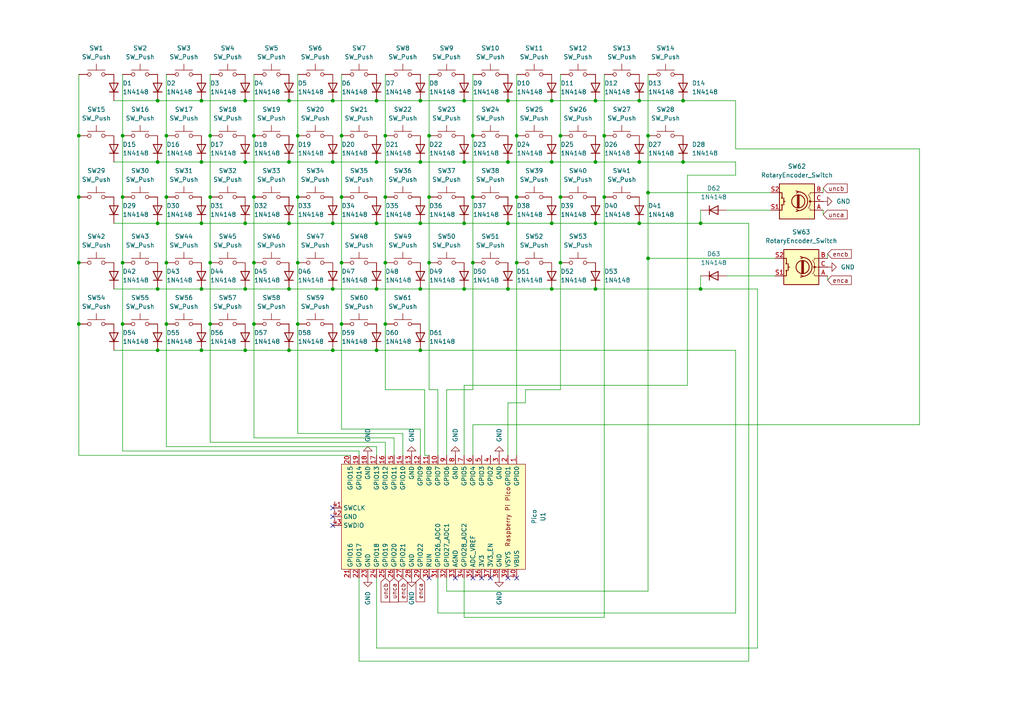
<source format=kicad_sch>
(kicad_sch (version 20250114) (generator "eeschema") (generator_version "9.0")
  (paper "A4")
  (junction (at 187.96 74.93))
  (junction (at 160.02 64.77))
  (junction (at 83.82 83.82))
  (junction (at 149.86 76.2))
  (junction (at 60.96 57.15))
  (junction (at 73.66 76.2))
  (junction (at 185.42 46.99))
  (junction (at 111.76 57.15))
  (junction (at 172.72 64.77))
  (junction (at 121.92 46.99))
  (junction (at 45.72 46.99))
  (junction (at 71.12 83.82))
  (junction (at 35.56 76.2))
  (junction (at 134.62 46.99))
  (junction (at 96.52 29.21))
  (junction (at 121.92 101.6))
  (junction (at 48.26 39.37))
  (junction (at 99.06 93.98))
  (junction (at 137.16 39.37))
  (junction (at 60.96 76.2))
  (junction (at 83.82 64.77))
  (junction (at 22.86 39.37))
  (junction (at 58.42 29.21))
  (junction (at 83.82 29.21))
  (junction (at 109.22 46.99))
  (junction (at 134.62 64.77))
  (junction (at 58.42 101.6))
  (junction (at 99.06 39.37))
  (junction (at 109.22 29.21))
  (junction (at 58.42 64.77))
  (junction (at 45.72 64.77))
  (junction (at 137.16 76.2))
  (junction (at 73.66 57.15))
  (junction (at 71.12 29.21))
  (junction (at 121.92 29.21))
  (junction (at 172.72 29.21))
  (junction (at 71.12 46.99))
  (junction (at 147.32 83.82))
  (junction (at 58.42 46.99))
  (junction (at 96.52 83.82))
  (junction (at 86.36 76.2))
  (junction (at 109.22 83.82))
  (junction (at 121.92 64.77))
  (junction (at 134.62 83.82))
  (junction (at 71.12 64.77))
  (junction (at 124.46 76.2))
  (junction (at 22.86 93.98))
  (junction (at 35.56 93.98))
  (junction (at 96.52 64.77))
  (junction (at 124.46 39.37))
  (junction (at 185.42 64.77))
  (junction (at 162.56 39.37))
  (junction (at 48.26 93.98))
  (junction (at 160.02 29.21))
  (junction (at 162.56 76.2))
  (junction (at 96.52 46.99))
  (junction (at 121.92 83.82))
  (junction (at 22.86 57.15))
  (junction (at 111.76 93.98))
  (junction (at 187.96 39.37))
  (junction (at 187.96 55.88))
  (junction (at 48.26 57.15))
  (junction (at 83.82 101.6))
  (junction (at 198.12 29.21))
  (junction (at 99.06 76.2))
  (junction (at 45.72 29.21))
  (junction (at 60.96 39.37))
  (junction (at 172.72 83.82))
  (junction (at 162.56 57.15))
  (junction (at 48.26 76.2))
  (junction (at 147.32 64.77))
  (junction (at 149.86 57.15))
  (junction (at 134.62 29.21))
  (junction (at 147.32 29.21))
  (junction (at 86.36 57.15))
  (junction (at 198.12 46.99))
  (junction (at 137.16 57.15))
  (junction (at 96.52 101.6))
  (junction (at 83.82 46.99))
  (junction (at 73.66 39.37))
  (junction (at 71.12 101.6))
  (junction (at 203.2 64.77))
  (junction (at 109.22 64.77))
  (junction (at 160.02 83.82))
  (junction (at 111.76 39.37))
  (junction (at 99.06 57.15))
  (junction (at 147.32 46.99))
  (junction (at 86.36 93.98))
  (junction (at 86.36 39.37))
  (junction (at 175.26 57.15))
  (junction (at 149.86 39.37))
  (junction (at 185.42 29.21))
  (junction (at 58.42 83.82))
  (junction (at 111.76 76.2))
  (junction (at 22.86 76.2))
  (junction (at 35.56 57.15))
  (junction (at 175.26 39.37))
  (junction (at 45.72 83.82))
  (junction (at 160.02 46.99))
  (junction (at 60.96 93.98))
  (junction (at 172.72 46.99))
  (junction (at 73.66 93.98))
  (junction (at 203.2 83.82))
  (junction (at 35.56 39.37))
  (junction (at 45.72 101.6))
  (junction (at 124.46 57.15))
  (junction (at 109.22 101.6))
  (no_connect (at 96.52 152.4))
  (no_connect (at 139.7 167.64))
  (no_connect (at 124.46 167.64))
  (no_connect (at 96.52 149.86))
  (no_connect (at 147.32 167.64))
  (no_connect (at 132.08 167.64))
  (no_connect (at 96.52 147.32))
  (no_connect (at 149.86 167.64))
  (no_connect (at 142.24 167.64))
  (no_connect (at 137.16 167.64))
  (wire (pts (xy 147.32 64.77) (xy 160.02 64.77)))
  (wire (pts (xy 35.56 39.37) (xy 35.56 57.15)))
  (wire (pts (xy 185.42 29.21) (xy 198.12 29.21)))
  (wire (pts (xy 124.46 57.15) (xy 124.46 76.2)))
  (wire (pts (xy 147.32 46.99) (xy 160.02 46.99)))
  (wire (pts (xy 73.66 93.98) (xy 73.66 127)))
  (wire (pts (xy 121.92 124.46) (xy 121.92 132.08)))
  (wire (pts (xy 22.86 132.08) (xy 101.6 132.08)))
  (wire (pts (xy 187.96 55.88) (xy 187.96 74.93)))
  (wire (pts (xy 33.02 46.99) (xy 45.72 46.99)))
  (wire (pts (xy 137.16 21.59) (xy 137.16 39.37)))
  (wire (pts (xy 134.62 111.76) (xy 199.39 111.76)))
  (wire (pts (xy 149.86 39.37) (xy 149.86 57.15)))
  (wire (pts (xy 213.36 177.8) (xy 127 177.8)))
  (wire (pts (xy 147.32 83.82) (xy 160.02 83.82)))
  (wire (pts (xy 35.56 76.2) (xy 35.56 93.98)))
  (wire (pts (xy 71.12 64.77) (xy 83.82 64.77)))
  (wire (pts (xy 203.2 60.96) (xy 203.2 64.77)))
  (wire (pts (xy 121.92 83.82) (xy 134.62 83.82)))
  (wire (pts (xy 175.26 39.37) (xy 175.26 57.15)))
  (wire (pts (xy 73.66 57.15) (xy 73.66 76.2)))
  (wire (pts (xy 187.96 171.45) (xy 129.54 171.45)))
  (wire (pts (xy 111.76 132.08) (xy 111.76 128.27)))
  (wire (pts (xy 73.66 127) (xy 114.3 127)))
  (wire (pts (xy 96.52 46.99) (xy 109.22 46.99)))
  (wire (pts (xy 109.22 83.82) (xy 121.92 83.82)))
  (wire (pts (xy 187.96 39.37) (xy 187.96 55.88)))
  (wire (pts (xy 60.96 57.15) (xy 60.96 76.2)))
  (wire (pts (xy 137.16 113.03) (xy 129.54 113.03)))
  (wire (pts (xy 121.92 46.99) (xy 134.62 46.99)))
  (wire (pts (xy 134.62 179.07) (xy 134.62 167.64)))
  (wire (pts (xy 58.42 64.77) (xy 71.12 64.77)))
  (wire (pts (xy 58.42 101.6) (xy 71.12 101.6)))
  (wire (pts (xy 45.72 83.82) (xy 58.42 83.82)))
  (wire (pts (xy 45.72 101.6) (xy 58.42 101.6)))
  (wire (pts (xy 149.86 76.2) (xy 149.86 132.08)))
  (wire (pts (xy 199.39 50.8) (xy 213.36 50.8)))
  (wire (pts (xy 129.54 171.45) (xy 129.54 167.64)))
  (wire (pts (xy 116.84 125.73) (xy 116.84 132.08)))
  (wire (pts (xy 33.02 83.82) (xy 45.72 83.82)))
  (wire (pts (xy 48.26 57.15) (xy 48.26 76.2)))
  (wire (pts (xy 109.22 101.6) (xy 121.92 101.6)))
  (wire (pts (xy 109.22 29.21) (xy 121.92 29.21)))
  (wire (pts (xy 147.32 29.21) (xy 160.02 29.21)))
  (wire (pts (xy 134.62 29.21) (xy 147.32 29.21)))
  (wire (pts (xy 99.06 76.2) (xy 99.06 93.98)))
  (wire (pts (xy 160.02 29.21) (xy 172.72 29.21)))
  (wire (pts (xy 152.4 113.03) (xy 152.4 116.84)))
  (wire (pts (xy 124.46 21.59) (xy 124.46 39.37)))
  (wire (pts (xy 22.86 76.2) (xy 22.86 93.98)))
  (wire (pts (xy 60.96 76.2) (xy 60.96 93.98)))
  (wire (pts (xy 60.96 93.98) (xy 60.96 128.27)))
  (wire (pts (xy 240.03 73.66) (xy 240.03 74.93)))
  (wire (pts (xy 203.2 80.01) (xy 203.2 83.82)))
  (wire (pts (xy 45.72 29.21) (xy 58.42 29.21)))
  (wire (pts (xy 83.82 83.82) (xy 96.52 83.82)))
  (wire (pts (xy 187.96 74.93) (xy 187.96 171.45)))
  (wire (pts (xy 219.71 187.96) (xy 219.71 83.82)))
  (wire (pts (xy 109.22 187.96) (xy 219.71 187.96)))
  (wire (pts (xy 213.36 29.21) (xy 213.36 43.18)))
  (wire (pts (xy 162.56 57.15) (xy 162.56 76.2)))
  (wire (pts (xy 83.82 46.99) (xy 96.52 46.99)))
  (wire (pts (xy 22.86 39.37) (xy 22.86 57.15)))
  (wire (pts (xy 124.46 76.2) (xy 124.46 113.03)))
  (wire (pts (xy 109.22 129.54) (xy 109.22 132.08)))
  (wire (pts (xy 86.36 21.59) (xy 86.36 39.37)))
  (wire (pts (xy 185.42 64.77) (xy 203.2 64.77)))
  (wire (pts (xy 134.62 64.77) (xy 147.32 64.77)))
  (wire (pts (xy 99.06 57.15) (xy 99.06 76.2)))
  (wire (pts (xy 35.56 93.98) (xy 35.56 130.81)))
  (wire (pts (xy 83.82 101.6) (xy 96.52 101.6)))
  (wire (pts (xy 127 113.03) (xy 124.46 113.03)))
  (wire (pts (xy 134.62 46.99) (xy 147.32 46.99)))
  (wire (pts (xy 96.52 83.82) (xy 109.22 83.82)))
  (wire (pts (xy 123.19 132.08) (xy 124.46 132.08)))
  (wire (pts (xy 86.36 93.98) (xy 86.36 125.73)))
  (wire (pts (xy 238.76 62.23) (xy 238.76 60.96)))
  (wire (pts (xy 187.96 74.93) (xy 224.79 74.93)))
  (wire (pts (xy 71.12 101.6) (xy 83.82 101.6)))
  (wire (pts (xy 22.86 93.98) (xy 22.86 132.08)))
  (wire (pts (xy 266.7 43.18) (xy 266.7 123.19)))
  (wire (pts (xy 121.92 64.77) (xy 134.62 64.77)))
  (wire (pts (xy 134.62 132.08) (xy 134.62 111.76)))
  (wire (pts (xy 58.42 83.82) (xy 71.12 83.82)))
  (wire (pts (xy 71.12 46.99) (xy 83.82 46.99)))
  (wire (pts (xy 137.16 123.19) (xy 137.16 132.08)))
  (wire (pts (xy 213.36 50.8) (xy 213.36 46.99)))
  (wire (pts (xy 137.16 57.15) (xy 137.16 76.2)))
  (wire (pts (xy 73.66 39.37) (xy 73.66 57.15)))
  (wire (pts (xy 129.54 113.03) (xy 129.54 132.08)))
  (wire (pts (xy 104.14 130.81) (xy 104.14 132.08)))
  (wire (pts (xy 45.72 64.77) (xy 58.42 64.77)))
  (wire (pts (xy 162.56 76.2) (xy 162.56 113.03)))
  (wire (pts (xy 48.26 93.98) (xy 48.26 129.54)))
  (wire (pts (xy 99.06 39.37) (xy 99.06 57.15)))
  (wire (pts (xy 111.76 76.2) (xy 111.76 93.98)))
  (wire (pts (xy 172.72 64.77) (xy 185.42 64.77)))
  (wire (pts (xy 104.14 191.77) (xy 217.17 191.77)))
  (wire (pts (xy 71.12 83.82) (xy 83.82 83.82)))
  (wire (pts (xy 111.76 57.15) (xy 111.76 76.2)))
  (wire (pts (xy 137.16 39.37) (xy 137.16 57.15)))
  (wire (pts (xy 22.86 21.59) (xy 22.86 39.37)))
  (wire (pts (xy 111.76 39.37) (xy 111.76 57.15)))
  (wire (pts (xy 217.17 191.77) (xy 217.17 64.77)))
  (wire (pts (xy 149.86 21.59) (xy 149.86 39.37)))
  (wire (pts (xy 172.72 83.82) (xy 203.2 83.82)))
  (wire (pts (xy 111.76 93.98) (xy 111.76 113.03)))
  (wire (pts (xy 266.7 123.19) (xy 137.16 123.19)))
  (wire (pts (xy 86.36 57.15) (xy 86.36 76.2)))
  (wire (pts (xy 33.02 29.21) (xy 45.72 29.21)))
  (wire (pts (xy 96.52 64.77) (xy 109.22 64.77)))
  (wire (pts (xy 48.26 76.2) (xy 48.26 93.98)))
  (wire (pts (xy 162.56 113.03) (xy 152.4 113.03)))
  (wire (pts (xy 99.06 93.98) (xy 99.06 124.46)))
  (wire (pts (xy 175.26 21.59) (xy 175.26 39.37)))
  (wire (pts (xy 160.02 46.99) (xy 172.72 46.99)))
  (wire (pts (xy 240.03 81.28) (xy 240.03 80.01)))
  (wire (pts (xy 33.02 101.6) (xy 45.72 101.6)))
  (wire (pts (xy 58.42 46.99) (xy 71.12 46.99)))
  (wire (pts (xy 127 132.08) (xy 127 113.03)))
  (wire (pts (xy 198.12 46.99) (xy 213.36 46.99)))
  (wire (pts (xy 33.02 64.77) (xy 45.72 64.77)))
  (wire (pts (xy 60.96 39.37) (xy 60.96 57.15)))
  (wire (pts (xy 160.02 64.77) (xy 172.72 64.77)))
  (wire (pts (xy 185.42 46.99) (xy 198.12 46.99)))
  (wire (pts (xy 198.12 29.21) (xy 213.36 29.21)))
  (wire (pts (xy 172.72 46.99) (xy 185.42 46.99)))
  (wire (pts (xy 83.82 29.21) (xy 96.52 29.21)))
  (wire (pts (xy 111.76 113.03) (xy 123.19 113.03)))
  (wire (pts (xy 160.02 83.82) (xy 172.72 83.82)))
  (wire (pts (xy 86.36 76.2) (xy 86.36 93.98)))
  (wire (pts (xy 35.56 21.59) (xy 35.56 39.37)))
  (wire (pts (xy 99.06 21.59) (xy 99.06 39.37)))
  (wire (pts (xy 203.2 83.82) (xy 219.71 83.82)))
  (wire (pts (xy 187.96 21.59) (xy 187.96 39.37)))
  (wire (pts (xy 175.26 57.15) (xy 175.26 179.07)))
  (wire (pts (xy 199.39 111.76) (xy 199.39 50.8)))
  (wire (pts (xy 162.56 39.37) (xy 162.56 57.15)))
  (wire (pts (xy 35.56 130.81) (xy 104.14 130.81)))
  (wire (pts (xy 114.3 127) (xy 114.3 132.08)))
  (wire (pts (xy 213.36 101.6) (xy 213.36 177.8)))
  (wire (pts (xy 152.4 116.84) (xy 147.32 116.84)))
  (wire (pts (xy 48.26 39.37) (xy 48.26 57.15)))
  (wire (pts (xy 111.76 128.27) (xy 60.96 128.27)))
  (wire (pts (xy 73.66 76.2) (xy 73.66 93.98)))
  (wire (pts (xy 134.62 83.82) (xy 147.32 83.82)))
  (wire (pts (xy 58.42 29.21) (xy 71.12 29.21)))
  (wire (pts (xy 83.82 64.77) (xy 96.52 64.77)))
  (wire (pts (xy 86.36 39.37) (xy 86.36 57.15)))
  (wire (pts (xy 71.12 29.21) (xy 83.82 29.21)))
  (wire (pts (xy 86.36 125.73) (xy 116.84 125.73)))
  (wire (pts (xy 149.86 57.15) (xy 149.86 76.2)))
  (wire (pts (xy 48.26 129.54) (xy 109.22 129.54)))
  (wire (pts (xy 172.72 29.21) (xy 185.42 29.21)))
  (wire (pts (xy 124.46 39.37) (xy 124.46 57.15)))
  (wire (pts (xy 45.72 46.99) (xy 58.42 46.99)))
  (wire (pts (xy 96.52 29.21) (xy 109.22 29.21)))
  (wire (pts (xy 162.56 21.59) (xy 162.56 39.37)))
  (wire (pts (xy 22.86 57.15) (xy 22.86 76.2)))
  (wire (pts (xy 96.52 101.6) (xy 109.22 101.6)))
  (wire (pts (xy 109.22 167.64) (xy 109.22 187.96)))
  (wire (pts (xy 121.92 29.21) (xy 134.62 29.21)))
  (wire (pts (xy 35.56 57.15) (xy 35.56 76.2)))
  (wire (pts (xy 48.26 21.59) (xy 48.26 39.37)))
  (wire (pts (xy 210.82 80.01) (xy 224.79 80.01)))
  (wire (pts (xy 111.76 21.59) (xy 111.76 39.37)))
  (wire (pts (xy 175.26 179.07) (xy 134.62 179.07)))
  (wire (pts (xy 99.06 124.46) (xy 121.92 124.46)))
  (wire (pts (xy 147.32 116.84) (xy 147.32 132.08)))
  (wire (pts (xy 104.14 167.64) (xy 104.14 191.77)))
  (wire (pts (xy 109.22 46.99) (xy 121.92 46.99)))
  (wire (pts (xy 109.22 64.77) (xy 121.92 64.77)))
  (wire (pts (xy 127 177.8) (xy 127 167.64)))
  (wire (pts (xy 137.16 76.2) (xy 137.16 113.03)))
  (wire (pts (xy 210.82 60.96) (xy 223.52 60.96)))
  (wire (pts (xy 60.96 21.59) (xy 60.96 39.37)))
  (wire (pts (xy 203.2 64.77) (xy 217.17 64.77)))
  (wire (pts (xy 121.92 101.6) (xy 213.36 101.6)))
  (wire (pts (xy 123.19 113.03) (xy 123.19 132.08)))
  (wire (pts (xy 213.36 43.18) (xy 266.7 43.18)))
  (wire (pts (xy 238.76 54.61) (xy 238.76 55.88)))
  (wire (pts (xy 73.66 21.59) (xy 73.66 39.37)))
  (wire (pts (xy 187.96 55.88) (xy 223.52 55.88)))
  (global_label "uncb" (shape input) (at 238.76 54.61 0) (property "Intersheetrefs" "${INTERSHEET_REFS}" (effects (hide yes))))
  (global_label "uncb" (shape input) (at 111.76 167.64 270) (property "Intersheetrefs" "${INTERSHEET_REFS}" (effects (hide yes))))
  (global_label "enca" (shape input) (at 240.03 81.28 0) (property "Intersheetrefs" "${INTERSHEET_REFS}" (effects (hide yes))))
  (global_label "unca" (shape input) (at 114.3 167.64 270) (property "Intersheetrefs" "${INTERSHEET_REFS}" (effects (hide yes))))
  (global_label "encb" (shape input) (at 116.84 167.64 270) (property "Intersheetrefs" "${INTERSHEET_REFS}" (effects (hide yes))))
  (global_label "enca" (shape input) (at 121.92 167.64 270) (property "Intersheetrefs" "${INTERSHEET_REFS}" (effects (hide yes))))
  (global_label "encb" (shape input) (at 240.03 73.66 0) (property "Intersheetrefs" "${INTERSHEET_REFS}" (effects (hide yes))))
  (global_label "unca" (shape input) (at 238.76 62.23 0) (property "Intersheetrefs" "${INTERSHEET_REFS}" (effects (hide yes))))
  (symbol (lib_id "Switch:SW_Push") (at 91.44 21.59 0) (unit 1)
    (property "Reference" "SW6" (at 91.44 13.97 0))
    (property "Value" "SW_Push" (at 91.44 16.51 0))
    (property "Footprint" "Button_Switch_Keyboard:SW_Cherry_MX_1.00u_PCB" (effects (hide yes)))
    (property "Description" "Push button switch, generic, two pins" (effects (hide yes)))
  )
  (symbol (lib_id "Switch:SW_Push") (at 53.34 76.2 0) (unit 1)
    (property "Reference" "SW44" (at 53.34 68.58 0))
    (property "Value" "SW_Push" (at 53.34 71.12 0))
    (property "Footprint" "Button_Switch_Keyboard:SW_Cherry_MX_1.00u_PCB" (effects (hide yes)))
    (property "Description" "Push button switch, generic, two pins" (effects (hide yes)))
  )
  (symbol (lib_id "Diode:1N4148") (at 33.02 60.96 90) (unit 1)
    (property "Reference" "D29" (at 35.56 59.6899 90) (effects (justify right)))
    (property "Value" "1N4148" (at 35.56 62.2299 90) (effects (justify right)))
    (property "Footprint" "Diode_THT:D_DO-35_SOD27_P7.62mm_Horizontal" (effects (hide yes)))
    (property "Datasheet" "https://assets.nexperia.com/documents/data-sheet/1N4148_1N4448.pdf" (effects (hide yes)))
    (property "Description" "100V 0.15A standard switching diode, DO-35" (effects (hide yes)))
    (property "Sim.Device" "D" (effects (hide yes)))
    (property "Sim.Pins" "1=K 2=A" (effects (hide yes)))
  )
  (symbol (lib_id "Switch:SW_Push") (at 116.84 93.98 0) (unit 1)
    (property "Reference" "SW61" (at 116.84 86.36 0))
    (property "Value" "SW_Push" (at 116.84 88.9 0))
    (property "Footprint" "Button_Switch_Keyboard:SW_Cherry_MX_1.25u_PCB" (effects (hide yes)))
    (property "Description" "Push button switch, generic, two pins" (effects (hide yes)))
  )
  (symbol (lib_id "Switch:SW_Push") (at 167.64 39.37 0) (unit 1)
    (property "Reference" "SW26" (at 167.64 31.75 0))
    (property "Value" "SW_Push" (at 167.64 34.29 0))
    (property "Footprint" "Button_Switch_Keyboard:SW_Cherry_MX_1.00u_PCB" (effects (hide yes)))
    (property "Description" "Push button switch, generic, two pins" (effects (hide yes)))
  )
  (symbol (lib_id "Switch:SW_Push") (at 129.54 57.15 0) (unit 1)
    (property "Reference" "SW37" (at 129.54 49.53 0))
    (property "Value" "SW_Push" (at 129.54 52.07 0))
    (property "Footprint" "Button_Switch_Keyboard:SW_Cherry_MX_1.00u_PCB" (effects (hide yes)))
    (property "Description" "Push button switch, generic, two pins" (effects (hide yes)))
  )
  (symbol (lib_id "Switch:SW_Push") (at 53.34 93.98 0) (unit 1)
    (property "Reference" "SW56" (at 53.34 86.36 0))
    (property "Value" "SW_Push" (at 53.34 88.9 0))
    (property "Footprint" "Button_Switch_Keyboard:SW_Cherry_MX_1.25u_PCB" (effects (hide yes)))
    (property "Description" "Push button switch, generic, two pins" (effects (hide yes)))
  )
  (symbol (lib_id "Diode:1N4148") (at 71.12 60.96 90) (unit 1)
    (property "Reference" "D32" (at 73.66 59.6899 90) (effects (justify right)))
    (property "Value" "1N4148" (at 73.66 62.2299 90) (effects (justify right)))
    (property "Footprint" "Diode_THT:D_DO-35_SOD27_P7.62mm_Horizontal" (effects (hide yes)))
    (property "Datasheet" "https://assets.nexperia.com/documents/data-sheet/1N4148_1N4448.pdf" (effects (hide yes)))
    (property "Description" "100V 0.15A standard switching diode, DO-35" (effects (hide yes)))
    (property "Sim.Device" "D" (effects (hide yes)))
    (property "Sim.Pins" "1=K 2=A" (effects (hide yes)))
  )
  (symbol (lib_id "Switch:SW_Push") (at 129.54 39.37 0) (unit 1)
    (property "Reference" "SW23" (at 129.54 31.75 0))
    (property "Value" "SW_Push" (at 129.54 34.29 0))
    (property "Footprint" "Button_Switch_Keyboard:SW_Cherry_MX_1.00u_PCB" (effects (hide yes)))
    (property "Description" "Push button switch, generic, two pins" (effects (hide yes)))
  )
  (symbol (lib_id "Switch:SW_Push") (at 104.14 93.98 0) (unit 1)
    (property "Reference" "SW60" (at 104.14 86.36 0))
    (property "Value" "SW_Push" (at 104.14 88.9 0))
    (property "Footprint" "Button_Switch_Keyboard:SW_Cherry_MX_1.25u_PCB" (effects (hide yes)))
    (property "Description" "Push button switch, generic, two pins" (effects (hide yes)))
  )
  (symbol (lib_id "Switch:SW_Push") (at 91.44 76.2 0) (unit 1)
    (property "Reference" "SW47" (at 91.44 68.58 0))
    (property "Value" "SW_Push" (at 91.44 71.12 0))
    (property "Footprint" "Button_Switch_Keyboard:SW_Cherry_MX_1.00u_PCB" (effects (hide yes)))
    (property "Description" "Push button switch, generic, two pins" (effects (hide yes)))
  )
  (symbol (lib_id "Diode:1N4148") (at 45.72 60.96 90) (unit 1)
    (property "Reference" "D30" (at 48.26 59.6899 90) (effects (justify right)))
    (property "Value" "1N4148" (at 48.26 62.2299 90) (effects (justify right)))
    (property "Footprint" "Diode_THT:D_DO-35_SOD27_P7.62mm_Horizontal" (effects (hide yes)))
    (property "Datasheet" "https://assets.nexperia.com/documents/data-sheet/1N4148_1N4448.pdf" (effects (hide yes)))
    (property "Description" "100V 0.15A standard switching diode, DO-35" (effects (hide yes)))
    (property "Sim.Device" "D" (effects (hide yes)))
    (property "Sim.Pins" "1=K 2=A" (effects (hide yes)))
  )
  (symbol (lib_id "Switch:SW_Push") (at 154.94 57.15 0) (unit 1)
    (property "Reference" "SW39" (at 154.94 49.53 0))
    (property "Value" "SW_Push" (at 154.94 52.07 0))
    (property "Footprint" "Button_Switch_Keyboard:SW_Cherry_MX_1.00u_PCB" (effects (hide yes)))
    (property "Description" "Push button switch, generic, two pins" (effects (hide yes)))
  )
  (symbol (lib_id "Switch:SW_Push") (at 66.04 39.37 0) (unit 1)
    (property "Reference" "SW18" (at 66.04 31.75 0))
    (property "Value" "SW_Push" (at 66.04 34.29 0))
    (property "Footprint" "Button_Switch_Keyboard:SW_Cherry_MX_1.00u_PCB" (effects (hide yes)))
    (property "Description" "Push button switch, generic, two pins" (effects (hide yes)))
  )
  (symbol (lib_id "Switch:SW_Push") (at 167.64 76.2 0) (unit 1)
    (property "Reference" "SW53" (at 167.64 68.58 0))
    (property "Value" "SW_Push" (at 167.64 71.12 0))
    (property "Footprint" "Button_Switch_Keyboard:SW_Cherry_MX_2.75u_PCB" (effects (hide yes)))
    (property "Description" "Push button switch, generic, two pins" (effects (hide yes)))
  )
  (symbol (lib_id "Diode:1N4148") (at 83.82 80.01 90) (unit 1)
    (property "Reference" "D46" (at 86.36 78.7399 90) (effects (justify right)))
    (property "Value" "1N4148" (at 86.36 81.2799 90) (effects (justify right)))
    (property "Footprint" "Diode_THT:D_DO-35_SOD27_P7.62mm_Horizontal" (effects (hide yes)))
    (property "Datasheet" "https://assets.nexperia.com/documents/data-sheet/1N4148_1N4448.pdf" (effects (hide yes)))
    (property "Description" "100V 0.15A standard switching diode, DO-35" (effects (hide yes)))
    (property "Sim.Device" "D" (effects (hide yes)))
    (property "Sim.Pins" "1=K 2=A" (effects (hide yes)))
  )
  (symbol (lib_id "Diode:1N4148") (at 58.42 43.18 90) (unit 1)
    (property "Reference" "D17" (at 60.96 41.9099 90) (effects (justify right)))
    (property "Value" "1N4148" (at 60.96 44.4499 90) (effects (justify right)))
    (property "Footprint" "Diode_THT:D_DO-35_SOD27_P7.62mm_Horizontal" (effects (hide yes)))
    (property "Datasheet" "https://assets.nexperia.com/documents/data-sheet/1N4148_1N4448.pdf" (effects (hide yes)))
    (property "Description" "100V 0.15A standard switching diode, DO-35" (effects (hide yes)))
    (property "Sim.Device" "D" (effects (hide yes)))
    (property "Sim.Pins" "1=K 2=A" (effects (hide yes)))
  )
  (symbol (lib_id "Switch:SW_Push") (at 193.04 21.59 0) (unit 1)
    (property "Reference" "SW14" (at 193.04 13.97 0))
    (property "Value" "SW_Push" (at 193.04 16.51 0))
    (property "Footprint" "Button_Switch_Keyboard:SW_Cherry_MX_2.00u_PCB" (effects (hide yes)))
    (property "Description" "Push button switch, generic, two pins" (effects (hide yes)))
  )
  (symbol (lib_id "Diode:1N4148") (at 109.22 25.4 90) (unit 1)
    (property "Reference" "D7" (at 111.76 24.1299 90) (effects (justify right)))
    (property "Value" "1N4148" (at 111.76 26.6699 90) (effects (justify right)))
    (property "Footprint" "Diode_THT:D_DO-35_SOD27_P7.62mm_Horizontal" (effects (hide yes)))
    (property "Datasheet" "https://assets.nexperia.com/documents/data-sheet/1N4148_1N4448.pdf" (effects (hide yes)))
    (property "Description" "100V 0.15A standard switching diode, DO-35" (effects (hide yes)))
    (property "Sim.Device" "D" (effects (hide yes)))
    (property "Sim.Pins" "1=K 2=A" (effects (hide yes)))
  )
  (symbol (lib_id "Diode:1N4148") (at 33.02 43.18 90) (unit 1)
    (property "Reference" "D15" (at 35.56 41.9099 90) (effects (justify right)))
    (property "Value" "1N4148" (at 35.56 44.4499 90) (effects (justify right)))
    (property "Footprint" "Diode_THT:D_DO-35_SOD27_P7.62mm_Horizontal" (effects (hide yes)))
    (property "Datasheet" "https://assets.nexperia.com/documents/data-sheet/1N4148_1N4448.pdf" (effects (hide yes)))
    (property "Description" "100V 0.15A standard switching diode, DO-35" (effects (hide yes)))
    (property "Sim.Device" "D" (effects (hide yes)))
    (property "Sim.Pins" "1=K 2=A" (effects (hide yes)))
  )
  (symbol (lib_id "Diode:1N4148") (at 121.92 25.4 90) (unit 1)
    (property "Reference" "D8" (at 124.46 24.1299 90) (effects (justify right)))
    (property "Value" "1N4148" (at 124.46 26.6699 90) (effects (justify right)))
    (property "Footprint" "Diode_THT:D_DO-35_SOD27_P7.62mm_Horizontal" (effects (hide yes)))
    (property "Datasheet" "https://assets.nexperia.com/documents/data-sheet/1N4148_1N4448.pdf" (effects (hide yes)))
    (property "Description" "100V 0.15A standard switching diode, DO-35" (effects (hide yes)))
    (property "Sim.Device" "D" (effects (hide yes)))
    (property "Sim.Pins" "1=K 2=A" (effects (hide yes)))
  )
  (symbol (lib_id "Diode:1N4148") (at 96.52 80.01 90) (unit 1)
    (property "Reference" "D47" (at 99.06 78.7399 90) (effects (justify right)))
    (property "Value" "1N4148" (at 99.06 81.2799 90) (effects (justify right)))
    (property "Footprint" "Diode_THT:D_DO-35_SOD27_P7.62mm_Horizontal" (effects (hide yes)))
    (property "Datasheet" "https://assets.nexperia.com/documents/data-sheet/1N4148_1N4448.pdf" (effects (hide yes)))
    (property "Description" "100V 0.15A standard switching diode, DO-35" (effects (hide yes)))
    (property "Sim.Device" "D" (effects (hide yes)))
    (property "Sim.Pins" "1=K 2=A" (effects (hide yes)))
  )
  (symbol (lib_id "Switch:SW_Push") (at 154.94 21.59 0) (unit 1)
    (property "Reference" "SW11" (at 154.94 13.97 0))
    (property "Value" "SW_Push" (at 154.94 16.51 0))
    (property "Footprint" "Button_Switch_Keyboard:SW_Cherry_MX_1.00u_PCB" (effects (hide yes)))
    (property "Description" "Push button switch, generic, two pins" (effects (hide yes)))
  )
  (symbol (lib_id "Diode:1N4148") (at 160.02 43.18 90) (unit 1)
    (property "Reference" "D25" (at 162.56 41.9099 90) (effects (justify right)))
    (property "Value" "1N4148" (at 162.56 44.4499 90) (effects (justify right)))
    (property "Footprint" "Diode_THT:D_DO-35_SOD27_P7.62mm_Horizontal" (effects (hide yes)))
    (property "Datasheet" "https://assets.nexperia.com/documents/data-sheet/1N4148_1N4448.pdf" (effects (hide yes)))
    (property "Description" "100V 0.15A standard switching diode, DO-35" (effects (hide yes)))
    (property "Sim.Device" "D" (effects (hide yes)))
    (property "Sim.Pins" "1=K 2=A" (effects (hide yes)))
  )
  (symbol (lib_id "Diode:1N4148") (at 160.02 80.01 90) (unit 1)
    (property "Reference" "D52" (at 162.56 78.7399 90) (effects (justify right)))
    (property "Value" "1N4148" (at 162.56 81.2799 90) (effects (justify right)))
    (property "Footprint" "Diode_THT:D_DO-35_SOD27_P7.62mm_Horizontal" (effects (hide yes)))
    (property "Datasheet" "https://assets.nexperia.com/documents/data-sheet/1N4148_1N4448.pdf" (effects (hide yes)))
    (property "Description" "100V 0.15A standard switching diode, DO-35" (effects (hide yes)))
    (property "Sim.Device" "D" (effects (hide yes)))
    (property "Sim.Pins" "1=K 2=A" (effects (hide yes)))
  )
  (symbol (lib_id "Diode:1N4148") (at 134.62 60.96 90) (unit 1)
    (property "Reference" "D37" (at 137.16 59.6899 90) (effects (justify right)))
    (property "Value" "1N4148" (at 137.16 62.2299 90) (effects (justify right)))
    (property "Footprint" "Diode_THT:D_DO-35_SOD27_P7.62mm_Horizontal" (effects (hide yes)))
    (property "Datasheet" "https://assets.nexperia.com/documents/data-sheet/1N4148_1N4448.pdf" (effects (hide yes)))
    (property "Description" "100V 0.15A standard switching diode, DO-35" (effects (hide yes)))
    (property "Sim.Device" "D" (effects (hide yes)))
    (property "Sim.Pins" "1=K 2=A" (effects (hide yes)))
  )
  (symbol (lib_id "Switch:SW_Push") (at 27.94 76.2 0) (unit 1)
    (property "Reference" "SW42" (at 27.94 68.58 0))
    (property "Value" "SW_Push" (at 27.94 71.12 0))
    (property "Footprint" "Button_Switch_Keyboard:SW_Cherry_MX_2.25u_PCB" (effects (hide yes)))
    (property "Description" "Push button switch, generic, two pins" (effects (hide yes)))
  )
  (symbol (lib_id "Switch:SW_Push") (at 116.84 39.37 0) (unit 1)
    (property "Reference" "SW22" (at 116.84 31.75 0))
    (property "Value" "SW_Push" (at 116.84 34.29 0))
    (property "Footprint" "Button_Switch_Keyboard:SW_Cherry_MX_1.00u_PCB" (effects (hide yes)))
    (property "Description" "Push button switch, generic, two pins" (effects (hide yes)))
  )
  (symbol (lib_id "Switch:SW_Push") (at 78.74 39.37 0) (unit 1)
    (property "Reference" "SW19" (at 78.74 31.75 0))
    (property "Value" "SW_Push" (at 78.74 34.29 0))
    (property "Footprint" "Button_Switch_Keyboard:SW_Cherry_MX_1.00u_PCB" (effects (hide yes)))
    (property "Description" "Push button switch, generic, two pins" (effects (hide yes)))
  )
  (symbol (lib_id "Switch:SW_Push") (at 40.64 57.15 0) (unit 1)
    (property "Reference" "SW30" (at 40.64 49.53 0))
    (property "Value" "SW_Push" (at 40.64 52.07 0))
    (property "Footprint" "Button_Switch_Keyboard:SW_Cherry_MX_1.00u_PCB" (effects (hide yes)))
    (property "Description" "Push button switch, generic, two pins" (effects (hide yes)))
  )
  (symbol (lib_id "power:GND") (at 119.38 167.64 0) (unit 1)
    (property "Reference" "#PWR012" (effects (hide yes)))
    (property "Value" "GND" (at 119.3801 171.45 90) (effects (justify right)))
    (property "Description" "Power symbol creates a global label with name \"GND\" , ground" (effects (hide yes)))
  )
  (symbol (lib_id "Switch:SW_Push") (at 40.64 76.2 0) (unit 1)
    (property "Reference" "SW43" (at 40.64 68.58 0))
    (property "Value" "SW_Push" (at 40.64 71.12 0))
    (property "Footprint" "Button_Switch_Keyboard:SW_Cherry_MX_1.00u_PCB" (effects (hide yes)))
    (property "Description" "Push button switch, generic, two pins" (effects (hide yes)))
  )
  (symbol (lib_id "Switch:SW_Push") (at 104.14 57.15 0) (unit 1)
    (property "Reference" "SW35" (at 104.14 49.53 0))
    (property "Value" "SW_Push" (at 104.14 52.07 0))
    (property "Footprint" "Button_Switch_Keyboard:SW_Cherry_MX_1.00u_PCB" (effects (hide yes)))
    (property "Description" "Push button switch, generic, two pins" (effects (hide yes)))
  )
  (symbol (lib_id "Switch:SW_Push") (at 116.84 76.2 0) (unit 1)
    (property "Reference" "SW49" (at 116.84 68.58 0))
    (property "Value" "SW_Push" (at 116.84 71.12 0))
    (property "Footprint" "Button_Switch_Keyboard:SW_Cherry_MX_1.00u_PCB" (effects (hide yes)))
    (property "Description" "Push button switch, generic, two pins" (effects (hide yes)))
  )
  (symbol (lib_id "power:GND") (at 106.68 132.08 180) (unit 1)
    (property "Reference" "#PWR010" (effects (hide yes)))
    (property "Value" "GND" (at 106.6801 128.27 90) (effects (justify right)))
    (property "Description" "Power symbol creates a global label with name \"GND\" , ground" (effects (hide yes)))
  )
  (symbol (lib_id "Diode:1N4148") (at 147.32 25.4 90) (unit 1)
    (property "Reference" "D10" (at 149.86 24.1299 90) (effects (justify right)))
    (property "Value" "1N4148" (at 149.86 26.6699 90) (effects (justify right)))
    (property "Footprint" "Diode_THT:D_DO-35_SOD27_P7.62mm_Horizontal" (effects (hide yes)))
    (property "Datasheet" "https://assets.nexperia.com/documents/data-sheet/1N4148_1N4448.pdf" (effects (hide yes)))
    (property "Description" "100V 0.15A standard switching diode, DO-35" (effects (hide yes)))
    (property "Sim.Device" "D" (effects (hide yes)))
    (property "Sim.Pins" "1=K 2=A" (effects (hide yes)))
  )
  (symbol (lib_id "Diode:1N4148") (at 185.42 43.18 90) (unit 1)
    (property "Reference" "D27" (at 187.96 41.9099 90) (effects (justify right)))
    (property "Value" "1N4148" (at 187.96 44.4499 90) (effects (justify right)))
    (property "Footprint" "Diode_THT:D_DO-35_SOD27_P7.62mm_Horizontal" (effects (hide yes)))
    (property "Datasheet" "https://assets.nexperia.com/documents/data-sheet/1N4148_1N4448.pdf" (effects (hide yes)))
    (property "Description" "100V 0.15A standard switching diode, DO-35" (effects (hide yes)))
    (property "Sim.Device" "D" (effects (hide yes)))
    (property "Sim.Pins" "1=K 2=A" (effects (hide yes)))
  )
  (symbol (lib_id "Diode:1N4148") (at 71.12 80.01 90) (unit 1)
    (property "Reference" "D45" (at 73.66 78.7399 90) (effects (justify right)))
    (property "Value" "1N4148" (at 73.66 81.2799 90) (effects (justify right)))
    (property "Footprint" "Diode_THT:D_DO-35_SOD27_P7.62mm_Horizontal" (effects (hide yes)))
    (property "Datasheet" "https://assets.nexperia.com/documents/data-sheet/1N4148_1N4448.pdf" (effects (hide yes)))
    (property "Description" "100V 0.15A standard switching diode, DO-35" (effects (hide yes)))
    (property "Sim.Device" "D" (effects (hide yes)))
    (property "Sim.Pins" "1=K 2=A" (effects (hide yes)))
  )
  (symbol (lib_id "Diode:1N4148") (at 71.12 43.18 90) (unit 1)
    (property "Reference" "D18" (at 73.66 41.9099 90) (effects (justify right)))
    (property "Value" "1N4148" (at 73.66 44.4499 90) (effects (justify right)))
    (property "Footprint" "Diode_THT:D_DO-35_SOD27_P7.62mm_Horizontal" (effects (hide yes)))
    (property "Datasheet" "https://assets.nexperia.com/documents/data-sheet/1N4148_1N4448.pdf" (effects (hide yes)))
    (property "Description" "100V 0.15A standard switching diode, DO-35" (effects (hide yes)))
    (property "Sim.Device" "D" (effects (hide yes)))
    (property "Sim.Pins" "1=K 2=A" (effects (hide yes)))
  )
  (symbol (lib_id "Diode:1N4148") (at 33.02 97.79 90) (unit 1)
    (property "Reference" "D54" (at 35.56 96.5199 90) (effects (justify right)))
    (property "Value" "1N4148" (at 35.56 99.0599 90) (effects (justify right)))
    (property "Footprint" "Diode_THT:D_DO-35_SOD27_P7.62mm_Horizontal" (effects (hide yes)))
    (property "Datasheet" "https://assets.nexperia.com/documents/data-sheet/1N4148_1N4448.pdf" (effects (hide yes)))
    (property "Description" "100V 0.15A standard switching diode, DO-35" (effects (hide yes)))
    (property "Sim.Device" "D" (effects (hide yes)))
    (property "Sim.Pins" "1=K 2=A" (effects (hide yes)))
  )
  (symbol (lib_id "power:GND") (at 238.76 58.42 90) (unit 1)
    (property "Reference" "#PWR02" (effects (hide yes)))
    (property "Value" "GND" (at 242.57 58.4199 90) (effects (justify right)))
    (property "Description" "Power symbol creates a global label with name \"GND\" , ground" (effects (hide yes)))
  )
  (symbol (lib_id "Diode:1N4148") (at 121.92 43.18 90) (unit 1)
    (property "Reference" "D22" (at 124.46 41.9099 90) (effects (justify right)))
    (property "Value" "1N4148" (at 124.46 44.4499 90) (effects (justify right)))
    (property "Footprint" "Diode_THT:D_DO-35_SOD27_P7.62mm_Horizontal" (effects (hide yes)))
    (property "Datasheet" "https://assets.nexperia.com/documents/data-sheet/1N4148_1N4448.pdf" (effects (hide yes)))
    (property "Description" "100V 0.15A standard switching diode, DO-35" (effects (hide yes)))
    (property "Sim.Device" "D" (effects (hide yes)))
    (property "Sim.Pins" "1=K 2=A" (effects (hide yes)))
  )
  (symbol (lib_id "Diode:1N4148") (at 58.42 97.79 90) (unit 1)
    (property "Reference" "D56" (at 60.96 96.5199 90) (effects (justify right)))
    (property "Value" "1N4148" (at 60.96 99.0599 90) (effects (justify right)))
    (property "Footprint" "Diode_THT:D_DO-35_SOD27_P7.62mm_Horizontal" (effects (hide yes)))
    (property "Datasheet" "https://assets.nexperia.com/documents/data-sheet/1N4148_1N4448.pdf" (effects (hide yes)))
    (property "Description" "100V 0.15A standard switching diode, DO-35" (effects (hide yes)))
    (property "Sim.Device" "D" (effects (hide yes)))
    (property "Sim.Pins" "1=K 2=A" (effects (hide yes)))
  )
  (symbol (lib_id "Switch:SW_Push") (at 180.34 21.59 0) (unit 1)
    (property "Reference" "SW13" (at 180.34 13.97 0))
    (property "Value" "SW_Push" (at 180.34 16.51 0))
    (property "Footprint" "Button_Switch_Keyboard:SW_Cherry_MX_1.00u_PCB" (effects (hide yes)))
    (property "Description" "Push button switch, generic, two pins" (effects (hide yes)))
  )
  (symbol (lib_id "Switch:SW_Push") (at 78.74 76.2 0) (unit 1)
    (property "Reference" "SW46" (at 78.74 68.58 0))
    (property "Value" "SW_Push" (at 78.74 71.12 0))
    (property "Footprint" "Button_Switch_Keyboard:SW_Cherry_MX_1.00u_PCB" (effects (hide yes)))
    (property "Description" "Push button switch, generic, two pins" (effects (hide yes)))
  )
  (symbol (lib_id "Switch:SW_Push") (at 116.84 57.15 0) (unit 1)
    (property "Reference" "SW36" (at 116.84 49.53 0))
    (property "Value" "SW_Push" (at 116.84 52.07 0))
    (property "Footprint" "Button_Switch_Keyboard:SW_Cherry_MX_1.00u_PCB" (effects (hide yes)))
    (property "Description" "Push button switch, generic, two pins" (effects (hide yes)))
  )
  (symbol (lib_id "Switch:SW_Push") (at 53.34 39.37 0) (unit 1)
    (property "Reference" "SW17" (at 53.34 31.75 0))
    (property "Value" "SW_Push" (at 53.34 34.29 0))
    (property "Footprint" "Button_Switch_Keyboard:SW_Cherry_MX_1.00u_PCB" (effects (hide yes)))
    (property "Description" "Push button switch, generic, two pins" (effects (hide yes)))
  )
  (symbol (lib_id "Diode:1N4148") (at 96.52 43.18 90) (unit 1)
    (property "Reference" "D20" (at 99.06 41.9099 90) (effects (justify right)))
    (property "Value" "1N4148" (at 99.06 44.4499 90) (effects (justify right)))
    (property "Footprint" "Diode_THT:D_DO-35_SOD27_P7.62mm_Horizontal" (effects (hide yes)))
    (property "Datasheet" "https://assets.nexperia.com/documents/data-sheet/1N4148_1N4448.pdf" (effects (hide yes)))
    (property "Description" "100V 0.15A standard switching diode, DO-35" (effects (hide yes)))
    (property "Sim.Device" "D" (effects (hide yes)))
    (property "Sim.Pins" "1=K 2=A" (effects (hide yes)))
  )
  (symbol (lib_id "Switch:SW_Push") (at 104.14 76.2 0) (unit 1)
    (property "Reference" "SW48" (at 104.14 68.58 0))
    (property "Value" "SW_Push" (at 104.14 71.12 0))
    (property "Footprint" "Button_Switch_Keyboard:SW_Cherry_MX_1.00u_PCB" (effects (hide yes)))
    (property "Description" "Push button switch, generic, two pins" (effects (hide yes)))
  )
  (symbol (lib_id "Diode:1N4148") (at 96.52 60.96 90) (unit 1)
    (property "Reference" "D34" (at 99.06 59.6899 90) (effects (justify right)))
    (property "Value" "1N4148" (at 99.06 62.2299 90) (effects (justify right)))
    (property "Footprint" "Diode_THT:D_DO-35_SOD27_P7.62mm_Horizontal" (effects (hide yes)))
    (property "Datasheet" "https://assets.nexperia.com/documents/data-sheet/1N4148_1N4448.pdf" (effects (hide yes)))
    (property "Description" "100V 0.15A standard switching diode, DO-35" (effects (hide yes)))
    (property "Sim.Device" "D" (effects (hide yes)))
    (property "Sim.Pins" "1=K 2=A" (effects (hide yes)))
  )
  (symbol (lib_id "Diode:1N4148") (at 45.72 97.79 90) (unit 1)
    (property "Reference" "D55" (at 48.26 96.5199 90) (effects (justify right)))
    (property "Value" "1N4148" (at 48.26 99.0599 90) (effects (justify right)))
    (property "Footprint" "Diode_THT:D_DO-35_SOD27_P7.62mm_Horizontal" (effects (hide yes)))
    (property "Datasheet" "https://assets.nexperia.com/documents/data-sheet/1N4148_1N4448.pdf" (effects (hide yes)))
    (property "Description" "100V 0.15A standard switching diode, DO-35" (effects (hide yes)))
    (property "Sim.Device" "D" (effects (hide yes)))
    (property "Sim.Pins" "1=K 2=A" (effects (hide yes)))
  )
  (symbol (lib_id "Switch:SW_Push") (at 167.64 21.59 0) (unit 1)
    (property "Reference" "SW12" (at 167.64 13.97 0))
    (property "Value" "SW_Push" (at 167.64 16.51 0))
    (property "Footprint" "Button_Switch_Keyboard:SW_Cherry_MX_1.00u_PCB" (effects (hide yes)))
    (property "Description" "Push button switch, generic, two pins" (effects (hide yes)))
  )
  (symbol (lib_id "Switch:SW_Push") (at 104.14 21.59 0) (unit 1)
    (property "Reference" "SW7" (at 104.14 13.97 0))
    (property "Value" "SW_Push" (at 104.14 16.51 0))
    (property "Footprint" "Button_Switch_Keyboard:SW_Cherry_MX_1.00u_PCB" (effects (hide yes)))
    (property "Description" "Push button switch, generic, two pins" (effects (hide yes)))
  )
  (symbol (lib_id "Diode:1N4148") (at 109.22 60.96 90) (unit 1)
    (property "Reference" "D35" (at 111.76 59.6899 90) (effects (justify right)))
    (property "Value" "1N4148" (at 111.76 62.2299 90) (effects (justify right)))
    (property "Footprint" "Diode_THT:D_DO-35_SOD27_P7.62mm_Horizontal" (effects (hide yes)))
    (property "Datasheet" "https://assets.nexperia.com/documents/data-sheet/1N4148_1N4448.pdf" (effects (hide yes)))
    (property "Description" "100V 0.15A standard switching diode, DO-35" (effects (hide yes)))
    (property "Sim.Device" "D" (effects (hide yes)))
    (property "Sim.Pins" "1=K 2=A" (effects (hide yes)))
  )
  (symbol (lib_id "Diode:1N4148") (at 109.22 80.01 90) (unit 1)
    (property "Reference" "D48" (at 111.76 78.7399 90) (effects (justify right)))
    (property "Value" "1N4148" (at 111.76 81.2799 90) (effects (justify right)))
    (property "Footprint" "Diode_THT:D_DO-35_SOD27_P7.62mm_Horizontal" (effects (hide yes)))
    (property "Datasheet" "https://assets.nexperia.com/documents/data-sheet/1N4148_1N4448.pdf" (effects (hide yes)))
    (property "Description" "100V 0.15A standard switching diode, DO-35" (effects (hide yes)))
    (property "Sim.Device" "D" (effects (hide yes)))
    (property "Sim.Pins" "1=K 2=A" (effects (hide yes)))
  )
  (symbol (lib_id "Switch:SW_Push") (at 142.24 76.2 0) (unit 1)
    (property "Reference" "SW51" (at 142.24 68.58 0))
    (property "Value" "SW_Push" (at 142.24 71.12 0))
    (property "Footprint" "Button_Switch_Keyboard:SW_Cherry_MX_1.00u_PCB" (effects (hide yes)))
    (property "Description" "Push button switch, generic, two pins" (effects (hide yes)))
  )
  (symbol (lib_id "Diode:1N4148") (at 58.42 80.01 90) (unit 1)
    (property "Reference" "D44" (at 60.96 78.7399 90) (effects (justify right)))
    (property "Value" "1N4148" (at 60.96 81.2799 90) (effects (justify right)))
    (property "Footprint" "Diode_THT:D_DO-35_SOD27_P7.62mm_Horizontal" (effects (hide yes)))
    (property "Datasheet" "https://assets.nexperia.com/documents/data-sheet/1N4148_1N4448.pdf" (effects (hide yes)))
    (property "Description" "100V 0.15A standard switching diode, DO-35" (effects (hide yes)))
    (property "Sim.Device" "D" (effects (hide yes)))
    (property "Sim.Pins" "1=K 2=A" (effects (hide yes)))
  )
  (symbol (lib_id "Diode:1N4148") (at 83.82 43.18 90) (unit 1)
    (property "Reference" "D19" (at 86.36 41.9099 90) (effects (justify right)))
    (property "Value" "1N4148" (at 86.36 44.4499 90) (effects (justify right)))
    (property "Footprint" "Diode_THT:D_DO-35_SOD27_P7.62mm_Horizontal" (effects (hide yes)))
    (property "Datasheet" "https://assets.nexperia.com/documents/data-sheet/1N4148_1N4448.pdf" (effects (hide yes)))
    (property "Description" "100V 0.15A standard switching diode, DO-35" (effects (hide yes)))
    (property "Sim.Device" "D" (effects (hide yes)))
    (property "Sim.Pins" "1=K 2=A" (effects (hide yes)))
  )
  (symbol (lib_id "Diode:1N4148") (at 207.01 60.96 0) (unit 1)
    (property "Reference" "D62" (at 207.01 54.61 0))
    (property "Value" "1N4148" (at 207.01 57.15 0))
    (property "Footprint" "Diode_THT:D_DO-35_SOD27_P7.62mm_Horizontal" (effects (hide yes)))
    (property "Datasheet" "https://assets.nexperia.com/documents/data-sheet/1N4148_1N4448.pdf" (effects (hide yes)))
    (property "Description" "100V 0.15A standard switching diode, DO-35" (effects (hide yes)))
    (property "Sim.Device" "D" (effects (hide yes)))
    (property "Sim.Pins" "1=K 2=A" (effects (hide yes)))
  )
  (symbol (lib_id "Switch:SW_Push") (at 53.34 21.59 0) (unit 1)
    (property "Reference" "SW3" (at 53.34 13.97 0))
    (property "Value" "SW_Push" (at 53.34 16.51 0))
    (property "Footprint" "Button_Switch_Keyboard:SW_Cherry_MX_1.00u_PCB" (effects (hide yes)))
    (property "Description" "Push button switch, generic, two pins" (effects (hide yes)))
  )
  (symbol (lib_id "Switch:SW_Push") (at 27.94 39.37 0) (unit 1)
    (property "Reference" "SW15" (at 27.94 31.75 0))
    (property "Value" "SW_Push" (at 27.94 34.29 0))
    (property "Footprint" "Button_Switch_Keyboard:SW_Cherry_MX_1.50u_PCB" (effects (hide yes)))
    (property "Description" "Push button switch, generic, two pins" (effects (hide yes)))
  )
  (symbol (lib_id "Diode:1N4148") (at 198.12 43.18 90) (unit 1)
    (property "Reference" "D28" (at 200.66 41.9099 90) (effects (justify right)))
    (property "Value" "1N4148" (at 200.66 44.4499 90) (effects (justify right)))
    (property "Footprint" "Diode_THT:D_DO-35_SOD27_P7.62mm_Horizontal" (effects (hide yes)))
    (property "Datasheet" "https://assets.nexperia.com/documents/data-sheet/1N4148_1N4448.pdf" (effects (hide yes)))
    (property "Description" "100V 0.15A standard switching diode, DO-35" (effects (hide yes)))
    (property "Sim.Device" "D" (effects (hide yes)))
    (property "Sim.Pins" "1=K 2=A" (effects (hide yes)))
  )
  (symbol (lib_id "Diode:1N4148") (at 96.52 97.79 90) (unit 1)
    (property "Reference" "D59" (at 99.06 96.5199 90) (effects (justify right)))
    (property "Value" "1N4148" (at 99.06 99.0599 90) (effects (justify right)))
    (property "Footprint" "Diode_THT:D_DO-35_SOD27_P7.62mm_Horizontal" (effects (hide yes)))
    (property "Datasheet" "https://assets.nexperia.com/documents/data-sheet/1N4148_1N4448.pdf" (effects (hide yes)))
    (property "Description" "100V 0.15A standard switching diode, DO-35" (effects (hide yes)))
    (property "Sim.Device" "D" (effects (hide yes)))
    (property "Sim.Pins" "1=K 2=A" (effects (hide yes)))
  )
  (symbol (lib_id "Diode:1N4148") (at 45.72 25.4 90) (unit 1)
    (property "Reference" "D2" (at 48.26 24.1299 90) (effects (justify right)))
    (property "Value" "1N4148" (at 48.26 26.6699 90) (effects (justify right)))
    (property "Footprint" "Diode_THT:D_DO-35_SOD27_P7.62mm_Horizontal" (effects (hide yes)))
    (property "Datasheet" "https://assets.nexperia.com/documents/data-sheet/1N4148_1N4448.pdf" (effects (hide yes)))
    (property "Description" "100V 0.15A standard switching diode, DO-35" (effects (hide yes)))
    (property "Sim.Device" "D" (effects (hide yes)))
    (property "Sim.Pins" "1=K 2=A" (effects (hide yes)))
  )
  (symbol (lib_id "power:GND") (at 119.38 132.08 180) (unit 1)
    (property "Reference" "#PWR09" (effects (hide yes)))
    (property "Value" "GND" (at 119.3801 128.27 90) (effects (justify right)))
    (property "Description" "Power symbol creates a global label with name \"GND\" , ground" (effects (hide yes)))
  )
  (symbol (lib_id "Diode:1N4148") (at 71.12 97.79 90) (unit 1)
    (property "Reference" "D57" (at 73.66 96.5199 90) (effects (justify right)))
    (property "Value" "1N4148" (at 73.66 99.0599 90) (effects (justify right)))
    (property "Footprint" "Diode_THT:D_DO-35_SOD27_P7.62mm_Horizontal" (effects (hide yes)))
    (property "Datasheet" "https://assets.nexperia.com/documents/data-sheet/1N4148_1N4448.pdf" (effects (hide yes)))
    (property "Description" "100V 0.15A standard switching diode, DO-35" (effects (hide yes)))
    (property "Sim.Device" "D" (effects (hide yes)))
    (property "Sim.Pins" "1=K 2=A" (effects (hide yes)))
  )
  (symbol (lib_id "power:GND") (at 132.08 132.08 180) (unit 1)
    (property "Reference" "#PWR08" (effects (hide yes)))
    (property "Value" "GND" (at 132.0801 128.27 90) (effects (justify right)))
    (property "Description" "Power symbol creates a global label with name \"GND\" , ground" (effects (hide yes)))
  )
  (symbol (lib_id "Switch:SW_Push") (at 27.94 93.98 0) (unit 1)
    (property "Reference" "SW54" (at 27.94 86.36 0))
    (property "Value" "SW_Push" (at 27.94 88.9 0))
    (property "Footprint" "Button_Switch_Keyboard:SW_Cherry_MX_1.25u_PCB" (effects (hide yes)))
    (property "Description" "Push button switch, generic, two pins" (effects (hide yes)))
  )
  (symbol (lib_id "Diode:1N4148") (at 160.02 60.96 90) (unit 1)
    (property "Reference" "D39" (at 162.56 59.6899 90) (effects (justify right)))
    (property "Value" "1N4148" (at 162.56 62.2299 90) (effects (justify right)))
    (property "Footprint" "Diode_THT:D_DO-35_SOD27_P7.62mm_Horizontal" (effects (hide yes)))
    (property "Datasheet" "https://assets.nexperia.com/documents/data-sheet/1N4148_1N4448.pdf" (effects (hide yes)))
    (property "Description" "100V 0.15A standard switching diode, DO-35" (effects (hide yes)))
    (property "Sim.Device" "D" (effects (hide yes)))
    (property "Sim.Pins" "1=K 2=A" (effects (hide yes)))
  )
  (symbol (lib_id "Switch:SW_Push") (at 78.74 93.98 0) (unit 1)
    (property "Reference" "SW58" (at 78.74 86.36 0))
    (property "Value" "SW_Push" (at 78.74 88.9 0))
    (property "Footprint" "Button_Switch_Keyboard:SW_Cherry_MX_1.25u_PCB" (effects (hide yes)))
    (property "Description" "Push button switch, generic, two pins" (effects (hide yes)))
  )
  (symbol (lib_id "Switch:SW_Push") (at 66.04 93.98 0) (unit 1)
    (property "Reference" "SW57" (at 66.04 86.36 0))
    (property "Value" "SW_Push" (at 66.04 88.9 0))
    (property "Footprint" "Button_Switch_Keyboard:SW_Cherry_MX_6.25u_PCB" (effects (hide yes)))
    (property "Description" "Push button switch, generic, two pins" (effects (hide yes)))
  )
  (symbol (lib_id "Switch:SW_Push") (at 129.54 76.2 0) (unit 1)
    (property "Reference" "SW50" (at 129.54 68.58 0))
    (property "Value" "SW_Push" (at 129.54 71.12 0))
    (property "Footprint" "Button_Switch_Keyboard:SW_Cherry_MX_1.00u_PCB" (effects (hide yes)))
    (property "Description" "Push button switch, generic, two pins" (effects (hide yes)))
  )
  (symbol (lib_id "Diode:1N4148") (at 109.22 43.18 90) (unit 1)
    (property "Reference" "D21" (at 111.76 41.9099 90) (effects (justify right)))
    (property "Value" "1N4148" (at 111.76 44.4499 90) (effects (justify right)))
    (property "Footprint" "Diode_THT:D_DO-35_SOD27_P7.62mm_Horizontal" (effects (hide yes)))
    (property "Datasheet" "https://assets.nexperia.com/documents/data-sheet/1N4148_1N4448.pdf" (effects (hide yes)))
    (property "Description" "100V 0.15A standard switching diode, DO-35" (effects (hide yes)))
    (property "Sim.Device" "D" (effects (hide yes)))
    (property "Sim.Pins" "1=K 2=A" (effects (hide yes)))
  )
  (symbol (lib_id "Switch:SW_Push") (at 142.24 57.15 0) (unit 1)
    (property "Reference" "SW38" (at 142.24 49.53 0))
    (property "Value" "SW_Push" (at 142.24 52.07 0))
    (property "Footprint" "Button_Switch_Keyboard:SW_Cherry_MX_1.00u_PCB" (effects (hide yes)))
    (property "Description" "Push button switch, generic, two pins" (effects (hide yes)))
  )
  (symbol (lib_id "Switch:SW_Push") (at 27.94 57.15 0) (unit 1)
    (property "Reference" "SW29" (at 27.94 49.53 0))
    (property "Value" "SW_Push" (at 27.94 52.07 0))
    (property "Footprint" "Button_Switch_Keyboard:SW_Cherry_MX_1.75u_PCB" (effects (hide yes)))
    (property "Description" "Push button switch, generic, two pins" (effects (hide yes)))
  )
  (symbol (lib_id "power:GND") (at 144.78 167.64 0) (unit 1)
    (property "Reference" "#PWR03" (effects (hide yes)))
    (property "Value" "GND" (at 144.7801 171.45 90) (effects (justify right)))
    (property "Description" "Power symbol creates a global label with name \"GND\" , ground" (effects (hide yes)))
  )
  (symbol (lib_id "Switch:SW_Push") (at 180.34 57.15 0) (unit 1)
    (property "Reference" "SW41" (at 180.34 49.53 0))
    (property "Value" "SW_Push" (at 180.34 52.07 0))
    (property "Footprint" "Button_Switch_Keyboard:SW_Cherry_MX_2.25u_PCB" (effects (hide yes)))
    (property "Description" "Push button switch, generic, two pins" (effects (hide yes)))
  )
  (symbol (lib_id "Switch:SW_Push") (at 129.54 21.59 0) (unit 1)
    (property "Reference" "SW9" (at 129.54 13.97 0))
    (property "Value" "SW_Push" (at 129.54 16.51 0))
    (property "Footprint" "Button_Switch_Keyboard:SW_Cherry_MX_1.00u_PCB" (effects (hide yes)))
    (property "Description" "Push button switch, generic, two pins" (effects (hide yes)))
  )
  (symbol (lib_id "Diode:1N4148") (at 33.02 80.01 90) (unit 1)
    (property "Reference" "D42" (at 35.56 78.7399 90) (effects (justify right)))
    (property "Value" "1N4148" (at 35.56 81.2799 90) (effects (justify right)))
    (property "Footprint" "Diode_THT:D_DO-35_SOD27_P7.62mm_Horizontal" (effects (hide yes)))
    (property "Datasheet" "https://assets.nexperia.com/documents/data-sheet/1N4148_1N4448.pdf" (effects (hide yes)))
    (property "Description" "100V 0.15A standard switching diode, DO-35" (effects (hide yes)))
    (property "Sim.Device" "D" (effects (hide yes)))
    (property "Sim.Pins" "1=K 2=A" (effects (hide yes)))
  )
  (symbol (lib_id "pico:Pico") (at 125.73 149.86 270) (unit 1)
    (property "Reference" "U1" (at 157.48 149.86 0))
    (property "Value" "Pico" (at 154.94 149.86 0))
    (property "Footprint" "pico:RPi_Pico_SMD_TH" (effects (hide yes)))
  )
  (symbol (lib_id "Device:RotaryEncoder_Switch") (at 232.41 77.47 180) (unit 1)
    (property "Reference" "SW63" (at 232.41 67.31 0))
    (property "Value" "RotaryEncoder_Switch" (at 232.41 69.85 0))
    (property "Footprint" "Rotary_Encoder:RotaryEncoder_Alps_EC11E-Switch_Vertical_H20mm_CircularMountingHoles" (effects (hide yes)))
    (property "Description" "Rotary encoder, dual channel, incremental quadrate outputs, with switch" (effects (hide yes)))
  )
  (symbol (lib_id "Switch:SW_Push") (at 66.04 76.2 0) (unit 1)
    (property "Reference" "SW45" (at 66.04 68.58 0))
    (property "Value" "SW_Push" (at 66.04 71.12 0))
    (property "Footprint" "Button_Switch_Keyboard:SW_Cherry_MX_1.00u_PCB" (effects (hide yes)))
    (property "Description" "Push button switch, generic, two pins" (effects (hide yes)))
  )
  (symbol (lib_id "Diode:1N4148") (at 207.01 80.01 0) (unit 1)
    (property "Reference" "D63" (at 207.01 73.66 0))
    (property "Value" "1N4148" (at 207.01 76.2 0))
    (property "Footprint" "Diode_THT:D_DO-35_SOD27_P7.62mm_Horizontal" (effects (hide yes)))
    (property "Datasheet" "https://assets.nexperia.com/documents/data-sheet/1N4148_1N4448.pdf" (effects (hide yes)))
    (property "Description" "100V 0.15A standard switching diode, DO-35" (effects (hide yes)))
    (property "Sim.Device" "D" (effects (hide yes)))
    (property "Sim.Pins" "1=K 2=A" (effects (hide yes)))
  )
  (symbol (lib_id "Diode:1N4148") (at 121.92 97.79 90) (unit 1)
    (property "Reference" "D61" (at 124.46 96.5199 90) (effects (justify right)))
    (property "Value" "1N4148" (at 124.46 99.0599 90) (effects (justify right)))
    (property "Footprint" "Diode_THT:D_DO-35_SOD27_P7.62mm_Horizontal" (effects (hide yes)))
    (property "Datasheet" "https://assets.nexperia.com/documents/data-sheet/1N4148_1N4448.pdf" (effects (hide yes)))
    (property "Description" "100V 0.15A standard switching diode, DO-35" (effects (hide yes)))
    (property "Sim.Device" "D" (effects (hide yes)))
    (property "Sim.Pins" "1=K 2=A" (effects (hide yes)))
  )
  (symbol (lib_id "Switch:SW_Push") (at 142.24 39.37 0) (unit 1)
    (property "Reference" "SW24" (at 142.24 31.75 0))
    (property "Value" "SW_Push" (at 142.24 34.29 0))
    (property "Footprint" "Button_Switch_Keyboard:SW_Cherry_MX_1.00u_PCB" (effects (hide yes)))
    (property "Description" "Push button switch, generic, two pins" (effects (hide yes)))
  )
  (symbol (lib_id "Switch:SW_Push") (at 91.44 93.98 0) (unit 1)
    (property "Reference" "SW59" (at 91.44 86.36 0))
    (property "Value" "SW_Push" (at 91.44 88.9 0))
    (property "Footprint" "Button_Switch_Keyboard:SW_Cherry_MX_1.25u_PCB" (effects (hide yes)))
    (property "Description" "Push button switch, generic, two pins" (effects (hide yes)))
  )
  (symbol (lib_id "Switch:SW_Push") (at 193.04 39.37 0) (unit 1)
    (property "Reference" "SW28" (at 193.04 31.75 0))
    (property "Value" "SW_Push" (at 193.04 34.29 0))
    (property "Footprint" "Button_Switch_Keyboard:SW_Cherry_MX_1.50u_PCB" (effects (hide yes)))
    (property "Description" "Push button switch, generic, two pins" (effects (hide yes)))
  )
  (symbol (lib_id "Diode:1N4148") (at 134.62 43.18 90) (unit 1)
    (property "Reference" "D23" (at 137.16 41.9099 90) (effects (justify right)))
    (property "Value" "1N4148" (at 137.16 44.4499 90) (effects (justify right)))
    (property "Footprint" "Diode_THT:D_DO-35_SOD27_P7.62mm_Horizontal" (effects (hide yes)))
    (property "Datasheet" "https://assets.nexperia.com/documents/data-sheet/1N4148_1N4448.pdf" (effects (hide yes)))
    (property "Description" "100V 0.15A standard switching diode, DO-35" (effects (hide yes)))
    (property "Sim.Device" "D" (effects (hide yes)))
    (property "Sim.Pins" "1=K 2=A" (effects (hide yes)))
  )
  (symbol (lib_id "Diode:1N4148") (at 160.02 25.4 90) (unit 1)
    (property "Reference" "D11" (at 162.56 24.1299 90) (effects (justify right)))
    (property "Value" "1N4148" (at 162.56 26.6699 90) (effects (justify right)))
    (property "Footprint" "Diode_THT:D_DO-35_SOD27_P7.62mm_Horizontal" (effects (hide yes)))
    (property "Datasheet" "https://assets.nexperia.com/documents/data-sheet/1N4148_1N4448.pdf" (effects (hide yes)))
    (property "Description" "100V 0.15A standard switching diode, DO-35" (effects (hide yes)))
    (property "Sim.Device" "D" (effects (hide yes)))
    (property "Sim.Pins" "1=K 2=A" (effects (hide yes)))
  )
  (symbol (lib_id "Diode:1N4148") (at 185.42 25.4 90) (unit 1)
    (property "Reference" "D13" (at 187.96 24.1299 90) (effects (justify right)))
    (property "Value" "1N4148" (at 187.96 26.6699 90) (effects (justify right)))
    (property "Footprint" "Diode_THT:D_DO-35_SOD27_P7.62mm_Horizontal" (effects (hide yes)))
    (property "Datasheet" "https://assets.nexperia.com/documents/data-sheet/1N4148_1N4448.pdf" (effects (hide yes)))
    (property "Description" "100V 0.15A standard switching diode, DO-35" (effects (hide yes)))
    (property "Sim.Device" "D" (effects (hide yes)))
    (property "Sim.Pins" "1=K 2=A" (effects (hide yes)))
  )
  (symbol (lib_id "Switch:SW_Push") (at 154.94 76.2 0) (unit 1)
    (property "Reference" "SW52" (at 154.94 68.58 0))
    (property "Value" "SW_Push" (at 154.94 71.12 0))
    (property "Footprint" "Button_Switch_Keyboard:SW_Cherry_MX_1.00u_PCB" (effects (hide yes)))
    (property "Description" "Push button switch, generic, two pins" (effects (hide yes)))
  )
  (symbol (lib_id "Diode:1N4148") (at 58.42 25.4 90) (unit 1)
    (property "Reference" "D3" (at 60.96 24.1299 90) (effects (justify right)))
    (property "Value" "1N4148" (at 60.96 26.6699 90) (effects (justify right)))
    (property "Footprint" "Diode_THT:D_DO-35_SOD27_P7.62mm_Horizontal" (effects (hide yes)))
    (property "Datasheet" "https://assets.nexperia.com/documents/data-sheet/1N4148_1N4448.pdf" (effects (hide yes)))
    (property "Description" "100V 0.15A standard switching diode, DO-35" (effects (hide yes)))
    (property "Sim.Device" "D" (effects (hide yes)))
    (property "Sim.Pins" "1=K 2=A" (effects (hide yes)))
  )
  (symbol (lib_id "Switch:SW_Push") (at 78.74 57.15 0) (unit 1)
    (property "Reference" "SW33" (at 78.74 49.53 0))
    (property "Value" "SW_Push" (at 78.74 52.07 0))
    (property "Footprint" "Button_Switch_Keyboard:SW_Cherry_MX_1.00u_PCB" (effects (hide yes)))
    (property "Description" "Push button switch, generic, two pins" (effects (hide yes)))
  )
  (symbol (lib_id "Switch:SW_Push") (at 40.64 93.98 0) (unit 1)
    (property "Reference" "SW55" (at 40.64 86.36 0))
    (property "Value" "SW_Push" (at 40.64 88.9 0))
    (property "Footprint" "Button_Switch_Keyboard:SW_Cherry_MX_1.25u_PCB" (effects (hide yes)))
    (property "Description" "Push button switch, generic, two pins" (effects (hide yes)))
  )
  (symbol (lib_id "power:GND") (at 106.68 167.64 0) (unit 1)
    (property "Reference" "#PWR011" (effects (hide yes)))
    (property "Value" "GND" (at 106.6801 171.45 90) (effects (justify right)))
    (property "Description" "Power symbol creates a global label with name \"GND\" , ground" (effects (hide yes)))
  )
  (symbol (lib_id "Switch:SW_Push") (at 91.44 57.15 0) (unit 1)
    (property "Reference" "SW34" (at 91.44 49.53 0))
    (property "Value" "SW_Push" (at 91.44 52.07 0))
    (property "Footprint" "Button_Switch_Keyboard:SW_Cherry_MX_1.00u_PCB" (effects (hide yes)))
    (property "Description" "Push button switch, generic, two pins" (effects (hide yes)))
  )
  (symbol (lib_id "Switch:SW_Push") (at 154.94 39.37 0) (unit 1)
    (property "Reference" "SW25" (at 154.94 31.75 0))
    (property "Value" "SW_Push" (at 154.94 34.29 0))
    (property "Footprint" "Button_Switch_Keyboard:SW_Cherry_MX_1.00u_PCB" (effects (hide yes)))
    (property "Description" "Push button switch, generic, two pins" (effects (hide yes)))
  )
  (symbol (lib_id "Diode:1N4148") (at 134.62 25.4 90) (unit 1)
    (property "Reference" "D9" (at 137.16 24.1299 90) (effects (justify right)))
    (property "Value" "1N4148" (at 137.16 26.6699 90) (effects (justify right)))
    (property "Footprint" "Diode_THT:D_DO-35_SOD27_P7.62mm_Horizontal" (effects (hide yes)))
    (property "Datasheet" "https://assets.nexperia.com/documents/data-sheet/1N4148_1N4448.pdf" (effects (hide yes)))
    (property "Description" "100V 0.15A standard switching diode, DO-35" (effects (hide yes)))
    (property "Sim.Device" "D" (effects (hide yes)))
    (property "Sim.Pins" "1=K 2=A" (effects (hide yes)))
  )
  (symbol (lib_id "Diode:1N4148") (at 45.72 43.18 90) (unit 1)
    (property "Reference" "D16" (at 48.26 41.9099 90) (effects (justify right)))
    (property "Value" "1N4148" (at 48.26 44.4499 90) (effects (justify right)))
    (property "Footprint" "Diode_THT:D_DO-35_SOD27_P7.62mm_Horizontal" (effects (hide yes)))
    (property "Datasheet" "https://assets.nexperia.com/documents/data-sheet/1N4148_1N4448.pdf" (effects (hide yes)))
    (property "Description" "100V 0.15A standard switching diode, DO-35" (effects (hide yes)))
    (property "Sim.Device" "D" (effects (hide yes)))
    (property "Sim.Pins" "1=K 2=A" (effects (hide yes)))
  )
  (symbol (lib_id "Switch:SW_Push") (at 91.44 39.37 0) (unit 1)
    (property "Reference" "SW20" (at 91.44 31.75 0))
    (property "Value" "SW_Push" (at 91.44 34.29 0))
    (property "Footprint" "Button_Switch_Keyboard:SW_Cherry_MX_1.00u_PCB" (effects (hide yes)))
    (property "Description" "Push button switch, generic, two pins" (effects (hide yes)))
  )
  (symbol (lib_id "Diode:1N4148") (at 121.92 80.01 90) (unit 1)
    (property "Reference" "D49" (at 124.46 78.7399 90) (effects (justify right)))
    (property "Value" "1N4148" (at 124.46 81.2799 90) (effects (justify right)))
    (property "Footprint" "Diode_THT:D_DO-35_SOD27_P7.62mm_Horizontal" (effects (hide yes)))
    (property "Datasheet" "https://assets.nexperia.com/documents/data-sheet/1N4148_1N4448.pdf" (effects (hide yes)))
    (property "Description" "100V 0.15A standard switching diode, DO-35" (effects (hide yes)))
    (property "Sim.Device" "D" (effects (hide yes)))
    (property "Sim.Pins" "1=K 2=A" (effects (hide yes)))
  )
  (symbol (lib_id "Diode:1N4148") (at 172.72 43.18 90) (unit 1)
    (property "Reference" "D26" (at 175.26 41.9099 90) (effects (justify right)))
    (property "Value" "1N4148" (at 175.26 44.4499 90) (effects (justify right)))
    (property "Footprint" "Diode_THT:D_DO-35_SOD27_P7.62mm_Horizontal" (effects (hide yes)))
    (property "Datasheet" "https://assets.nexperia.com/documents/data-sheet/1N4148_1N4448.pdf" (effects (hide yes)))
    (property "Description" "100V 0.15A standard switching diode, DO-35" (effects (hide yes)))
    (property "Sim.Device" "D" (effects (hide yes)))
    (property "Sim.Pins" "1=K 2=A" (effects (hide yes)))
  )
  (symbol (lib_id "Switch:SW_Push") (at 104.14 39.37 0) (unit 1)
    (property "Reference" "SW21" (at 104.14 31.75 0))
    (property "Value" "SW_Push" (at 104.14 34.29 0))
    (property "Footprint" "Button_Switch_Keyboard:SW_Cherry_MX_1.00u_PCB" (effects (hide yes)))
    (property "Description" "Push button switch, generic, two pins" (effects (hide yes)))
  )
  (symbol (lib_id "Diode:1N4148") (at 185.42 60.96 90) (unit 1)
    (property "Reference" "D41" (at 187.96 59.6899 90) (effects (justify right)))
    (property "Value" "1N4148" (at 187.96 62.2299 90) (effects (justify right)))
    (property "Footprint" "Diode_THT:D_DO-35_SOD27_P7.62mm_Horizontal" (effects (hide yes)))
    (property "Datasheet" "https://assets.nexperia.com/documents/data-sheet/1N4148_1N4448.pdf" (effects (hide yes)))
    (property "Description" "100V 0.15A standard switching diode, DO-35" (effects (hide yes)))
    (property "Sim.Device" "D" (effects (hide yes)))
    (property "Sim.Pins" "1=K 2=A" (effects (hide yes)))
  )
  (symbol (lib_id "Diode:1N4148") (at 121.92 60.96 90) (unit 1)
    (property "Reference" "D36" (at 124.46 59.6899 90) (effects (justify right)))
    (property "Value" "1N4148" (at 124.46 62.2299 90) (effects (justify right)))
    (property "Footprint" "Diode_THT:D_DO-35_SOD27_P7.62mm_Horizontal" (effects (hide yes)))
    (property "Datasheet" "https://assets.nexperia.com/documents/data-sheet/1N4148_1N4448.pdf" (effects (hide yes)))
    (property "Description" "100V 0.15A standard switching diode, DO-35" (effects (hide yes)))
    (property "Sim.Device" "D" (effects (hide yes)))
    (property "Sim.Pins" "1=K 2=A" (effects (hide yes)))
  )
  (symbol (lib_id "Switch:SW_Push") (at 142.24 21.59 0) (unit 1)
    (property "Reference" "SW10" (at 142.24 13.97 0))
    (property "Value" "SW_Push" (at 142.24 16.51 0))
    (property "Footprint" "Button_Switch_Keyboard:SW_Cherry_MX_1.00u_PCB" (effects (hide yes)))
    (property "Description" "Push button switch, generic, two pins" (effects (hide yes)))
  )
  (symbol (lib_id "Diode:1N4148") (at 172.72 25.4 90) (unit 1)
    (property "Reference" "D12" (at 175.26 24.1299 90) (effects (justify right)))
    (property "Value" "1N4148" (at 175.26 26.6699 90) (effects (justify right)))
    (property "Footprint" "Diode_THT:D_DO-35_SOD27_P7.62mm_Horizontal" (effects (hide yes)))
    (property "Datasheet" "https://assets.nexperia.com/documents/data-sheet/1N4148_1N4448.pdf" (effects (hide yes)))
    (property "Description" "100V 0.15A standard switching diode, DO-35" (effects (hide yes)))
    (property "Sim.Device" "D" (effects (hide yes)))
    (property "Sim.Pins" "1=K 2=A" (effects (hide yes)))
  )
  (symbol (lib_id "Diode:1N4148") (at 172.72 60.96 90) (unit 1)
    (property "Reference" "D40" (at 175.26 59.6899 90) (effects (justify right)))
    (property "Value" "1N4148" (at 175.26 62.2299 90) (effects (justify right)))
    (property "Footprint" "Diode_THT:D_DO-35_SOD27_P7.62mm_Horizontal" (effects (hide yes)))
    (property "Datasheet" "https://assets.nexperia.com/documents/data-sheet/1N4148_1N4448.pdf" (effects (hide yes)))
    (property "Description" "100V 0.15A standard switching diode, DO-35" (effects (hide yes)))
    (property "Sim.Device" "D" (effects (hide yes)))
    (property "Sim.Pins" "1=K 2=A" (effects (hide yes)))
  )
  (symbol (lib_id "Switch:SW_Push") (at 180.34 39.37 0) (unit 1)
    (property "Reference" "SW27" (at 180.34 31.75 0))
    (property "Value" "SW_Push" (at 180.34 34.29 0))
    (property "Footprint" "Button_Switch_Keyboard:SW_Cherry_MX_1.00u_PCB" (effects (hide yes)))
    (property "Description" "Push button switch, generic, two pins" (effects (hide yes)))
  )
  (symbol (lib_id "Diode:1N4148") (at 83.82 60.96 90) (unit 1)
    (property "Reference" "D33" (at 86.36 59.6899 90) (effects (justify right)))
    (property "Value" "1N4148" (at 86.36 62.2299 90) (effects (justify right)))
    (property "Footprint" "Diode_THT:D_DO-35_SOD27_P7.62mm_Horizontal" (effects (hide yes)))
    (property "Datasheet" "https://assets.nexperia.com/documents/data-sheet/1N4148_1N4448.pdf" (effects (hide yes)))
    (property "Description" "100V 0.15A standard switching diode, DO-35" (effects (hide yes)))
    (property "Sim.Device" "D" (effects (hide yes)))
    (property "Sim.Pins" "1=K 2=A" (effects (hide yes)))
  )
  (symbol (lib_id "Diode:1N4148") (at 33.02 25.4 90) (unit 1)
    (property "Reference" "D1" (at 35.56 24.1299 90) (effects (justify right)))
    (property "Value" "1N4148" (at 35.56 26.6699 90) (effects (justify right)))
    (property "Footprint" "Diode_THT:D_DO-35_SOD27_P7.62mm_Horizontal" (effects (hide yes)))
    (property "Datasheet" "https://assets.nexperia.com/documents/data-sheet/1N4148_1N4448.pdf" (effects (hide yes)))
    (property "Description" "100V 0.15A standard switching diode, DO-35" (effects (hide yes)))
    (property "Sim.Device" "D" (effects (hide yes)))
    (property "Sim.Pins" "1=K 2=A" (effects (hide yes)))
  )
  (symbol (lib_id "power:GND") (at 240.03 77.47 90) (unit 1)
    (property "Reference" "#PWR01" (effects (hide yes)))
    (property "Value" "GND" (at 243.84 77.4699 90) (effects (justify right)))
    (property "Description" "Power symbol creates a global label with name \"GND\" , ground" (effects (hide yes)))
  )
  (symbol (lib_id "Diode:1N4148") (at 83.82 97.79 90) (unit 1)
    (property "Reference" "D58" (at 86.36 96.5199 90) (effects (justify right)))
    (property "Value" "1N4148" (at 86.36 99.0599 90) (effects (justify right)))
    (property "Footprint" "Diode_THT:D_DO-35_SOD27_P7.62mm_Horizontal" (effects (hide yes)))
    (property "Datasheet" "https://assets.nexperia.com/documents/data-sheet/1N4148_1N4448.pdf" (effects (hide yes)))
    (property "Description" "100V 0.15A standard switching diode, DO-35" (effects (hide yes)))
    (property "Sim.Device" "D" (effects (hide yes)))
    (property "Sim.Pins" "1=K 2=A" (effects (hide yes)))
  )
  (symbol (lib_id "Diode:1N4148") (at 198.12 25.4 90) (unit 1)
    (property "Reference" "D14" (at 200.66 24.1299 90) (effects (justify right)))
    (property "Value" "1N4148" (at 200.66 26.6699 90) (effects (justify right)))
    (property "Footprint" "Diode_THT:D_DO-35_SOD27_P7.62mm_Horizontal" (effects (hide yes)))
    (property "Datasheet" "https://assets.nexperia.com/documents/data-sheet/1N4148_1N4448.pdf" (effects (hide yes)))
    (property "Description" "100V 0.15A standard switching diode, DO-35" (effects (hide yes)))
    (property "Sim.Device" "D" (effects (hide yes)))
    (property "Sim.Pins" "1=K 2=A" (effects (hide yes)))
  )
  (symbol (lib_id "Switch:SW_Push") (at 116.84 21.59 0) (unit 1)
    (property "Reference" "SW8" (at 116.84 13.97 0))
    (property "Value" "SW_Push" (at 116.84 16.51 0))
    (property "Footprint" "Button_Switch_Keyboard:SW_Cherry_MX_1.00u_PCB" (effects (hide yes)))
    (property "Description" "Push button switch, generic, two pins" (effects (hide yes)))
  )
  (symbol (lib_id "Diode:1N4148") (at 134.62 80.01 90) (unit 1)
    (property "Reference" "D50" (at 137.16 78.7399 90) (effects (justify right)))
    (property "Value" "1N4148" (at 137.16 81.2799 90) (effects (justify right)))
    (property "Footprint" "Diode_THT:D_DO-35_SOD27_P7.62mm_Horizontal" (effects (hide yes)))
    (property "Datasheet" "https://assets.nexperia.com/documents/data-sheet/1N4148_1N4448.pdf" (effects (hide yes)))
    (property "Description" "100V 0.15A standard switching diode, DO-35" (effects (hide yes)))
    (property "Sim.Device" "D" (effects (hide yes)))
    (property "Sim.Pins" "1=K 2=A" (effects (hide yes)))
  )
  (symbol (lib_id "Switch:SW_Push") (at 40.64 21.59 0) (unit 1)
    (property "Reference" "SW2" (at 40.64 13.97 0))
    (property "Value" "SW_Push" (at 40.64 16.51 0))
    (property "Footprint" "Button_Switch_Keyboard:SW_Cherry_MX_1.00u_PCB" (effects (hide yes)))
    (property "Description" "Push button switch, generic, two pins" (effects (hide yes)))
  )
  (symbol (lib_id "Diode:1N4148") (at 45.72 80.01 90) (unit 1)
    (property "Reference" "D43" (at 48.26 78.7399 90) (effects (justify right)))
    (property "Value" "1N4148" (at 48.26 81.2799 90) (effects (justify right)))
    (property "Footprint" "Diode_THT:D_DO-35_SOD27_P7.62mm_Horizontal" (effects (hide yes)))
    (property "Datasheet" "https://assets.nexperia.com/documents/data-sheet/1N4148_1N4448.pdf" (effects (hide yes)))
    (property "Description" "100V 0.15A standard switching diode, DO-35" (effects (hide yes)))
    (property "Sim.Device" "D" (effects (hide yes)))
    (property "Sim.Pins" "1=K 2=A" (effects (hide yes)))
  )
  (symbol (lib_id "Diode:1N4148") (at 109.22 97.79 90) (unit 1)
    (property "Reference" "D60" (at 111.76 96.5199 90) (effects (justify right)))
    (property "Value" "1N4148" (at 111.76 99.0599 90) (effects (justify right)))
    (property "Footprint" "Diode_THT:D_DO-35_SOD27_P7.62mm_Horizontal" (effects (hide yes)))
    (property "Datasheet" "https://assets.nexperia.com/documents/data-sheet/1N4148_1N4448.pdf" (effects (hide yes)))
    (property "Description" "100V 0.15A standard switching diode, DO-35" (effects (hide yes)))
    (property "Sim.Device" "D" (effects (hide yes)))
    (property "Sim.Pins" "1=K 2=A" (effects (hide yes)))
  )
  (symbol (lib_id "Diode:1N4148") (at 147.32 60.96 90) (unit 1)
    (property "Reference" "D38" (at 149.86 59.6899 90) (effects (justify right)))
    (property "Value" "1N4148" (at 149.86 62.2299 90) (effects (justify right)))
    (property "Footprint" "Diode_THT:D_DO-35_SOD27_P7.62mm_Horizontal" (effects (hide yes)))
    (property "Datasheet" "https://assets.nexperia.com/documents/data-sheet/1N4148_1N4448.pdf" (effects (hide yes)))
    (property "Description" "100V 0.15A standard switching diode, DO-35" (effects (hide yes)))
    (property "Sim.Device" "D" (effects (hide yes)))
    (property "Sim.Pins" "1=K 2=A" (effects (hide yes)))
  )
  (symbol (lib_id "power:GND") (at 144.78 132.08 180) (unit 1)
    (property "Reference" "#PWR07" (effects (hide yes)))
    (property "Value" "GND" (at 144.7801 128.27 90) (effects (justify right)))
    (property "Description" "Power symbol creates a global label with name \"GND\" , ground" (effects (hide yes)))
  )
  (symbol (lib_id "Switch:SW_Push") (at 53.34 57.15 0) (unit 1)
    (property "Reference" "SW31" (at 53.34 49.53 0))
    (property "Value" "SW_Push" (at 53.34 52.07 0))
    (property "Footprint" "Button_Switch_Keyboard:SW_Cherry_MX_1.00u_PCB" (effects (hide yes)))
    (property "Description" "Push button switch, generic, two pins" (effects (hide yes)))
  )
  (symbol (lib_id "Diode:1N4148") (at 96.52 25.4 90) (unit 1)
    (property "Reference" "D6" (at 99.06 24.1299 90) (effects (justify right)))
    (property "Value" "1N4148" (at 99.06 26.6699 90) (effects (justify right)))
    (property "Footprint" "Diode_THT:D_DO-35_SOD27_P7.62mm_Horizontal" (effects (hide yes)))
    (property "Datasheet" "https://assets.nexperia.com/documents/data-sheet/1N4148_1N4448.pdf" (effects (hide yes)))
    (property "Description" "100V 0.15A standard switching diode, DO-35" (effects (hide yes)))
    (property "Sim.Device" "D" (effects (hide yes)))
    (property "Sim.Pins" "1=K 2=A" (effects (hide yes)))
  )
  (symbol (lib_id "Diode:1N4148") (at 172.72 80.01 90) (unit 1)
    (property "Reference" "D53" (at 175.26 78.7399 90) (effects (justify right)))
    (property "Value" "1N4148" (at 175.26 81.2799 90) (effects (justify right)))
    (property "Footprint" "Diode_THT:D_DO-35_SOD27_P7.62mm_Horizontal" (effects (hide yes)))
    (property "Datasheet" "https://assets.nexperia.com/documents/data-sheet/1N4148_1N4448.pdf" (effects (hide yes)))
    (property "Description" "100V 0.15A standard switching diode, DO-35" (effects (hide yes)))
    (property "Sim.Device" "D" (effects (hide yes)))
    (property "Sim.Pins" "1=K 2=A" (effects (hide yes)))
  )
  (symbol (lib_id "Switch:SW_Push") (at 66.04 21.59 0) (unit 1)
    (property "Reference" "SW4" (at 66.04 13.97 0))
    (property "Value" "SW_Push" (at 66.04 16.51 0))
    (property "Footprint" "Button_Switch_Keyboard:SW_Cherry_MX_1.00u_PCB" (effects (hide yes)))
    (property "Description" "Push button switch, generic, two pins" (effects (hide yes)))
  )
  (symbol (lib_id "Diode:1N4148") (at 71.12 25.4 90) (unit 1)
    (property "Reference" "D4" (at 73.66 24.1299 90) (effects (justify right)))
    (property "Value" "1N4148" (at 73.66 26.6699 90) (effects (justify right)))
    (property "Footprint" "Diode_THT:D_DO-35_SOD27_P7.62mm_Horizontal" (effects (hide yes)))
    (property "Datasheet" "https://assets.nexperia.com/documents/data-sheet/1N4148_1N4448.pdf" (effects (hide yes)))
    (property "Description" "100V 0.15A standard switching diode, DO-35" (effects (hide yes)))
    (property "Sim.Device" "D" (effects (hide yes)))
    (property "Sim.Pins" "1=K 2=A" (effects (hide yes)))
  )
  (symbol (lib_id "Switch:SW_Push") (at 167.64 57.15 0) (unit 1)
    (property "Reference" "SW40" (at 167.64 49.53 0))
    (property "Value" "SW_Push" (at 167.64 52.07 0))
    (property "Footprint" "Button_Switch_Keyboard:SW_Cherry_MX_1.00u_PCB" (effects (hide yes)))
    (property "Description" "Push button switch, generic, two pins" (effects (hide yes)))
  )
  (symbol (lib_id "Device:RotaryEncoder_Switch") (at 231.14 58.42 180) (unit 1)
    (property "Reference" "SW62" (at 231.14 48.26 0))
    (property "Value" "RotaryEncoder_Switch" (at 231.14 50.8 0))
    (property "Footprint" "Rotary_Encoder:RotaryEncoder_Alps_EC11E-Switch_Vertical_H20mm_CircularMountingHoles" (effects (hide yes)))
    (property "Description" "Rotary encoder, dual channel, incremental quadrate outputs, with switch" (effects (hide yes)))
  )
  (symbol (lib_id "Diode:1N4148") (at 83.82 25.4 90) (unit 1)
    (property "Reference" "D5" (at 86.36 24.1299 90) (effects (justify right)))
    (property "Value" "1N4148" (at 86.36 26.6699 90) (effects (justify right)))
    (property "Footprint" "Diode_THT:D_DO-35_SOD27_P7.62mm_Horizontal" (effects (hide yes)))
    (property "Datasheet" "https://assets.nexperia.com/documents/data-sheet/1N4148_1N4448.pdf" (effects (hide yes)))
    (property "Description" "100V 0.15A standard switching diode, DO-35" (effects (hide yes)))
    (property "Sim.Device" "D" (effects (hide yes)))
    (property "Sim.Pins" "1=K 2=A" (effects (hide yes)))
  )
  (symbol (lib_id "Switch:SW_Push") (at 78.74 21.59 0) (unit 1)
    (property "Reference" "SW5" (at 78.74 13.97 0))
    (property "Value" "SW_Push" (at 78.74 16.51 0))
    (property "Footprint" "Button_Switch_Keyboard:SW_Cherry_MX_1.00u_PCB" (effects (hide yes)))
    (property "Description" "Push button switch, generic, two pins" (effects (hide yes)))
  )
  (symbol (lib_id "Switch:SW_Push") (at 40.64 39.37 0) (unit 1)
    (property "Reference" "SW16" (at 40.64 31.75 0))
    (property "Value" "SW_Push" (at 40.64 34.29 0))
    (property "Footprint" "Button_Switch_Keyboard:SW_Cherry_MX_1.00u_PCB" (effects (hide yes)))
    (property "Description" "Push button switch, generic, two pins" (effects (hide yes)))
  )
  (symbol (lib_id "Diode:1N4148") (at 147.32 43.18 90) (unit 1)
    (property "Reference" "D24" (at 149.86 41.9099 90) (effects (justify right)))
    (property "Value" "1N4148" (at 149.86 44.4499 90) (effects (justify right)))
    (property "Footprint" "Diode_THT:D_DO-35_SOD27_P7.62mm_Horizontal" (effects (hide yes)))
    (property "Datasheet" "https://assets.nexperia.com/documents/data-sheet/1N4148_1N4448.pdf" (effects (hide yes)))
    (property "Description" "100V 0.15A standard switching diode, DO-35" (effects (hide yes)))
    (property "Sim.Device" "D" (effects (hide yes)))
    (property "Sim.Pins" "1=K 2=A" (effects (hide yes)))
  )
  (symbol (lib_id "Switch:SW_Push") (at 66.04 57.15 0) (unit 1)
    (property "Reference" "SW32" (at 66.04 49.53 0))
    (property "Value" "SW_Push" (at 66.04 52.07 0))
    (property "Footprint" "Button_Switch_Keyboard:SW_Cherry_MX_1.00u_PCB" (effects (hide yes)))
    (property "Description" "Push button switch, generic, two pins" (effects (hide yes)))
  )
  (symbol (lib_id "Diode:1N4148") (at 58.42 60.96 90) (unit 1)
    (property "Reference" "D31" (at 60.96 59.6899 90) (effects (justify right)))
    (property "Value" "1N4148" (at 60.96 62.2299 90) (effects (justify right)))
    (property "Footprint" "Diode_THT:D_DO-35_SOD27_P7.62mm_Horizontal" (effects (hide yes)))
    (property "Datasheet" "https://assets.nexperia.com/documents/data-sheet/1N4148_1N4448.pdf" (effects (hide yes)))
    (property "Description" "100V 0.15A standard switching diode, DO-35" (effects (hide yes)))
    (property "Sim.Device" "D" (effects (hide yes)))
    (property "Sim.Pins" "1=K 2=A" (effects (hide yes)))
  )
  (symbol (lib_id "Diode:1N4148") (at 147.32 80.01 90) (unit 1)
    (property "Reference" "D51" (at 149.86 78.7399 90) (effects (justify right)))
    (property "Value" "1N4148" (at 149.86 81.2799 90) (effects (justify right)))
    (property "Footprint" "Diode_THT:D_DO-35_SOD27_P7.62mm_Horizontal" (effects (hide yes)))
    (property "Datasheet" "https://assets.nexperia.com/documents/data-sheet/1N4148_1N4448.pdf" (effects (hide yes)))
    (property "Description" "100V 0.15A standard switching diode, DO-35" (effects (hide yes)))
    (property "Sim.Device" "D" (effects (hide yes)))
    (property "Sim.Pins" "1=K 2=A" (effects (hide yes)))
  )
  (symbol (lib_id "Switch:SW_Push") (at 27.94 21.59 0) (unit 1)
    (property "Reference" "SW1" (at 27.94 13.97 0))
    (property "Value" "SW_Push" (at 27.94 16.51 0))
    (property "Footprint" "Button_Switch_Keyboard:SW_Cherry_MX_1.00u_PCB" (effects (hide yes)))
    (property "Description" "Push button switch, generic, two pins" (effects (hide yes)))
  )
)
</source>
